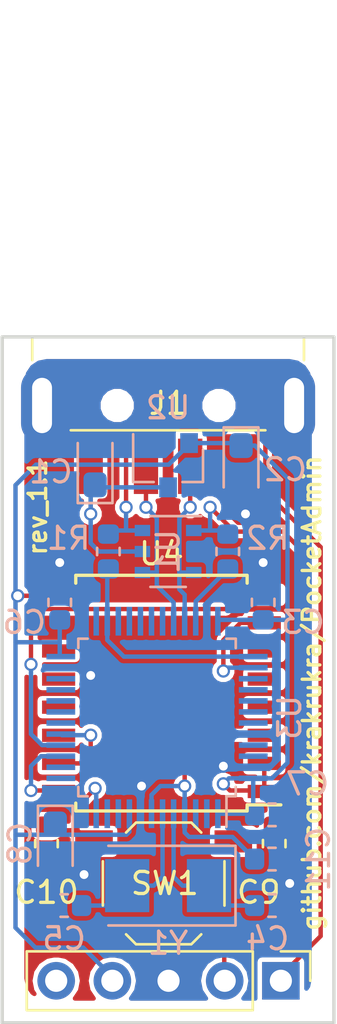
<source format=kicad_pcb>
(kicad_pcb (version 20171130) (host pcbnew 5.0.2+dfsg1-1)

  (general
    (thickness 1.6)
    (drawings 6)
    (tracks 192)
    (zones 0)
    (modules 21)
    (nets 44)
  )

  (page A4)
  (title_block
    (date 2019-01-31)
    (rev 1.1)
  )

  (layers
    (0 F.Cu signal)
    (31 B.Cu signal)
    (32 B.Adhes user hide)
    (33 F.Adhes user hide)
    (34 B.Paste user hide)
    (35 F.Paste user)
    (36 B.SilkS user)
    (37 F.SilkS user)
    (38 B.Mask user)
    (39 F.Mask user)
    (40 Dwgs.User user hide)
    (41 Cmts.User user hide)
    (42 Eco1.User user hide)
    (43 Eco2.User user hide)
    (44 Edge.Cuts user)
    (45 Margin user hide)
    (46 B.CrtYd user hide)
    (47 F.CrtYd user hide)
    (48 B.Fab user hide)
    (49 F.Fab user hide)
  )

  (setup
    (last_trace_width 0.2)
    (trace_clearance 0.2)
    (zone_clearance 0.2)
    (zone_45_only no)
    (trace_min 0.2)
    (segment_width 0.2)
    (edge_width 0.15)
    (via_size 0.6)
    (via_drill 0.4)
    (via_min_size 0.4)
    (via_min_drill 0.3)
    (uvia_size 0.3)
    (uvia_drill 0.1)
    (uvias_allowed no)
    (uvia_min_size 0.2)
    (uvia_min_drill 0.1)
    (pcb_text_width 0.3)
    (pcb_text_size 1.5 1.5)
    (mod_edge_width 0.15)
    (mod_text_size 1 1)
    (mod_text_width 0.15)
    (pad_size 1.3 0.25)
    (pad_drill 0)
    (pad_to_mask_clearance 0.05)
    (solder_mask_min_width 0.14)
    (pad_to_paste_clearance 0.05)
    (aux_axis_origin 130 70)
    (grid_origin 130 70)
    (visible_elements FFFFFF7F)
    (pcbplotparams
      (layerselection 0x010f0_ffffffff)
      (usegerberextensions false)
      (usegerberattributes false)
      (usegerberadvancedattributes false)
      (creategerberjobfile false)
      (excludeedgelayer true)
      (linewidth 0.100000)
      (plotframeref false)
      (viasonmask false)
      (mode 1)
      (useauxorigin true)
      (hpglpennumber 1)
      (hpglpenspeed 20)
      (hpglpendiameter 15.000000)
      (psnegative false)
      (psa4output false)
      (plotreference true)
      (plotvalue true)
      (plotinvisibletext false)
      (padsonsilk false)
      (subtractmaskfromsilk true)
      (outputformat 1)
      (mirror false)
      (drillshape 0)
      (scaleselection 1)
      (outputdirectory "gerbers/"))
  )

  (net 0 "")
  (net 1 3.3V)
  (net 2 GND)
  (net 3 5V)
  (net 4 swclk)
  (net 5 swdio)
  (net 6 "Net-(CON1-Pad5)")
  (net 7 d-)
  (net 8 d+)
  (net 9 "Net-(U3-Pad2)")
  (net 10 "Net-(U3-Pad3)")
  (net 11 "Net-(U3-Pad10)")
  (net 12 "Net-(U3-Pad11)")
  (net 13 "Net-(U3-Pad13)")
  (net 14 "Net-(U3-Pad18)")
  (net 15 "Net-(U3-Pad19)")
  (net 16 "Net-(U3-Pad20)")
  (net 17 "Net-(U3-Pad21)")
  (net 18 "Net-(U3-Pad22)")
  (net 19 "Net-(U3-Pad25)")
  (net 20 "Net-(U3-Pad27)")
  (net 21 "Net-(U3-Pad28)")
  (net 22 "Net-(U3-Pad29)")
  (net 23 "Net-(U3-Pad30)")
  (net 24 "Net-(U3-Pad39)")
  (net 25 "Net-(U3-Pad40)")
  (net 26 "Net-(U3-Pad41)")
  (net 27 "Net-(U3-Pad42)")
  (net 28 "Net-(U3-Pad43)")
  (net 29 "Net-(U3-Pad45)")
  (net 30 "Net-(U3-Pad46)")
  (net 31 "Net-(U3-Pad14)")
  (net 32 "Net-(U3-Pad31)")
  (net 33 "Net-(C4-Pad1)")
  (net 34 "Net-(C5-Pad1)")
  (net 35 "Net-(R2-Pad2)")
  (net 36 "Net-(U4-Pad11)")
  (net 37 sck)
  (net 38 miso)
  (net 39 mosi)
  (net 40 cs)
  (net 41 "Net-(C10-Pad2)")
  (net 42 nrst)
  (net 43 nc1)

  (net_class Default "This is the default net class."
    (clearance 0.2)
    (trace_width 0.2)
    (via_dia 0.6)
    (via_drill 0.4)
    (uvia_dia 0.3)
    (uvia_drill 0.1)
    (add_net 3.3V)
    (add_net 5V)
    (add_net GND)
    (add_net "Net-(C10-Pad2)")
    (add_net "Net-(C4-Pad1)")
    (add_net "Net-(C5-Pad1)")
    (add_net "Net-(CON1-Pad5)")
    (add_net "Net-(R2-Pad2)")
    (add_net "Net-(U3-Pad10)")
    (add_net "Net-(U3-Pad11)")
    (add_net "Net-(U3-Pad13)")
    (add_net "Net-(U3-Pad14)")
    (add_net "Net-(U3-Pad18)")
    (add_net "Net-(U3-Pad19)")
    (add_net "Net-(U3-Pad2)")
    (add_net "Net-(U3-Pad20)")
    (add_net "Net-(U3-Pad21)")
    (add_net "Net-(U3-Pad22)")
    (add_net "Net-(U3-Pad25)")
    (add_net "Net-(U3-Pad27)")
    (add_net "Net-(U3-Pad28)")
    (add_net "Net-(U3-Pad29)")
    (add_net "Net-(U3-Pad3)")
    (add_net "Net-(U3-Pad30)")
    (add_net "Net-(U3-Pad31)")
    (add_net "Net-(U3-Pad39)")
    (add_net "Net-(U3-Pad40)")
    (add_net "Net-(U3-Pad41)")
    (add_net "Net-(U3-Pad42)")
    (add_net "Net-(U3-Pad43)")
    (add_net "Net-(U3-Pad45)")
    (add_net "Net-(U3-Pad46)")
    (add_net "Net-(U4-Pad11)")
    (add_net cs)
    (add_net d+)
    (add_net d-)
    (add_net miso)
    (add_net mosi)
    (add_net nc1)
    (add_net nrst)
    (add_net sck)
    (add_net swclk)
    (add_net swdio)
  )

  (module Capacitor_Tantalum_SMD:CP_EIA-2012-12_Kemet-R (layer B.Cu) (tedit 5B301BBE) (tstamp 5C2C6FF0)
    (at 132.4 92.9 270)
    (descr "Tantalum Capacitor SMD Kemet-R (2012-12 Metric), IPC_7351 nominal, (Body size from: https://www.vishay.com/docs/40182/tmch.pdf), generated with kicad-footprint-generator")
    (tags "capacitor tantalum")
    (path /5BB94C3A)
    (attr smd)
    (fp_text reference C8 (at 0 1.6 270) (layer B.SilkS)
      (effects (font (size 1 1) (thickness 0.15)) (justify mirror))
    )
    (fp_text value 10uF (at 0 -1.58 270) (layer B.Fab)
      (effects (font (size 1 1) (thickness 0.15)) (justify mirror))
    )
    (fp_line (start 1 0.625) (end -0.6875 0.625) (layer B.Fab) (width 0.1))
    (fp_line (start -0.6875 0.625) (end -1 0.3125) (layer B.Fab) (width 0.1))
    (fp_line (start -1 0.3125) (end -1 -0.625) (layer B.Fab) (width 0.1))
    (fp_line (start -1 -0.625) (end 1 -0.625) (layer B.Fab) (width 0.1))
    (fp_line (start 1 -0.625) (end 1 0.625) (layer B.Fab) (width 0.1))
    (fp_line (start 1 0.785) (end -1.71 0.785) (layer B.SilkS) (width 0.12))
    (fp_line (start -1.71 0.785) (end -1.71 -0.785) (layer B.SilkS) (width 0.12))
    (fp_line (start -1.71 -0.785) (end 1 -0.785) (layer B.SilkS) (width 0.12))
    (fp_line (start -1.7 -0.88) (end -1.7 0.88) (layer B.CrtYd) (width 0.05))
    (fp_line (start -1.7 0.88) (end 1.7 0.88) (layer B.CrtYd) (width 0.05))
    (fp_line (start 1.7 0.88) (end 1.7 -0.88) (layer B.CrtYd) (width 0.05))
    (fp_line (start 1.7 -0.88) (end -1.7 -0.88) (layer B.CrtYd) (width 0.05))
    (fp_text user %R (at 0 0 270) (layer B.Fab)
      (effects (font (size 0.5 0.5) (thickness 0.08)) (justify mirror))
    )
    (pad 1 smd roundrect (at -0.8875 0 270) (size 1.125 1.05) (layers B.Cu B.Paste B.Mask) (roundrect_rratio 0.238095)
      (net 1 3.3V))
    (pad 2 smd roundrect (at 0.8875 0 270) (size 1.125 1.05) (layers B.Cu B.Paste B.Mask) (roundrect_rratio 0.238095)
      (net 2 GND))
    (model ${KISYS3DMOD}/Capacitor_Tantalum_SMD.3dshapes/CP_EIA-2012-12_Kemet-R.wrl
      (at (xyz 0 0 0))
      (scale (xyz 1 1 1))
      (rotate (xyz 0 0 0))
    )
  )

  (module Capacitor_Tantalum_SMD:CP_EIA-2012-12_Kemet-R (layer B.Cu) (tedit 5B301BBE) (tstamp 5BC4CFAA)
    (at 134.2 75.8 90)
    (descr "Tantalum Capacitor SMD Kemet-R (2012-12 Metric), IPC_7351 nominal, (Body size from: https://www.vishay.com/docs/40182/tmch.pdf), generated with kicad-footprint-generator")
    (tags "capacitor tantalum")
    (path /5B92CC88)
    (attr smd)
    (fp_text reference C1 (at -0.3 -2 180) (layer B.SilkS)
      (effects (font (size 1 1) (thickness 0.15)) (justify mirror))
    )
    (fp_text value 10uF (at 0 -1.58 90) (layer B.Fab)
      (effects (font (size 1 1) (thickness 0.15)) (justify mirror))
    )
    (fp_text user %R (at 0 0 90) (layer B.Fab)
      (effects (font (size 0.5 0.5) (thickness 0.08)) (justify mirror))
    )
    (fp_line (start 1.7 -0.88) (end -1.7 -0.88) (layer B.CrtYd) (width 0.05))
    (fp_line (start 1.7 0.88) (end 1.7 -0.88) (layer B.CrtYd) (width 0.05))
    (fp_line (start -1.7 0.88) (end 1.7 0.88) (layer B.CrtYd) (width 0.05))
    (fp_line (start -1.7 -0.88) (end -1.7 0.88) (layer B.CrtYd) (width 0.05))
    (fp_line (start -1.71 -0.785) (end 1 -0.785) (layer B.SilkS) (width 0.12))
    (fp_line (start -1.71 0.785) (end -1.71 -0.785) (layer B.SilkS) (width 0.12))
    (fp_line (start 1 0.785) (end -1.71 0.785) (layer B.SilkS) (width 0.12))
    (fp_line (start 1 -0.625) (end 1 0.625) (layer B.Fab) (width 0.1))
    (fp_line (start -1 -0.625) (end 1 -0.625) (layer B.Fab) (width 0.1))
    (fp_line (start -1 0.3125) (end -1 -0.625) (layer B.Fab) (width 0.1))
    (fp_line (start -0.6875 0.625) (end -1 0.3125) (layer B.Fab) (width 0.1))
    (fp_line (start 1 0.625) (end -0.6875 0.625) (layer B.Fab) (width 0.1))
    (pad 2 smd roundrect (at 0.8875 0 90) (size 1.125 1.05) (layers B.Cu B.Paste B.Mask) (roundrect_rratio 0.238095)
      (net 2 GND))
    (pad 1 smd roundrect (at -0.8875 0 90) (size 1.125 1.05) (layers B.Cu B.Paste B.Mask) (roundrect_rratio 0.238095)
      (net 3 5V))
    (model ${KISYS3DMOD}/Capacitor_Tantalum_SMD.3dshapes/CP_EIA-2012-12_Kemet-R.wrl
      (at (xyz 0 0 0))
      (scale (xyz 1 1 1))
      (rotate (xyz 0 0 0))
    )
  )

  (module Capacitor_Tantalum_SMD:CP_EIA-2012-12_Kemet-R (layer B.Cu) (tedit 5B301BBE) (tstamp 5BC4CFBD)
    (at 140.8 75.8 270)
    (descr "Tantalum Capacitor SMD Kemet-R (2012-12 Metric), IPC_7351 nominal, (Body size from: https://www.vishay.com/docs/40182/tmch.pdf), generated with kicad-footprint-generator")
    (tags "capacitor tantalum")
    (path /5B92C8A7)
    (attr smd)
    (fp_text reference C2 (at 0.2 -2) (layer B.SilkS)
      (effects (font (size 1 1) (thickness 0.15)) (justify mirror))
    )
    (fp_text value 10uF (at 0 -1.58 270) (layer B.Fab)
      (effects (font (size 1 1) (thickness 0.15)) (justify mirror))
    )
    (fp_line (start 1 0.625) (end -0.6875 0.625) (layer B.Fab) (width 0.1))
    (fp_line (start -0.6875 0.625) (end -1 0.3125) (layer B.Fab) (width 0.1))
    (fp_line (start -1 0.3125) (end -1 -0.625) (layer B.Fab) (width 0.1))
    (fp_line (start -1 -0.625) (end 1 -0.625) (layer B.Fab) (width 0.1))
    (fp_line (start 1 -0.625) (end 1 0.625) (layer B.Fab) (width 0.1))
    (fp_line (start 1 0.785) (end -1.71 0.785) (layer B.SilkS) (width 0.12))
    (fp_line (start -1.71 0.785) (end -1.71 -0.785) (layer B.SilkS) (width 0.12))
    (fp_line (start -1.71 -0.785) (end 1 -0.785) (layer B.SilkS) (width 0.12))
    (fp_line (start -1.7 -0.88) (end -1.7 0.88) (layer B.CrtYd) (width 0.05))
    (fp_line (start -1.7 0.88) (end 1.7 0.88) (layer B.CrtYd) (width 0.05))
    (fp_line (start 1.7 0.88) (end 1.7 -0.88) (layer B.CrtYd) (width 0.05))
    (fp_line (start 1.7 -0.88) (end -1.7 -0.88) (layer B.CrtYd) (width 0.05))
    (fp_text user %R (at 0 0 270) (layer B.Fab)
      (effects (font (size 0.5 0.5) (thickness 0.08)) (justify mirror))
    )
    (pad 1 smd roundrect (at -0.8875 0 270) (size 1.125 1.05) (layers B.Cu B.Paste B.Mask) (roundrect_rratio 0.238095)
      (net 1 3.3V))
    (pad 2 smd roundrect (at 0.8875 0 270) (size 1.125 1.05) (layers B.Cu B.Paste B.Mask) (roundrect_rratio 0.238095)
      (net 2 GND))
    (model ${KISYS3DMOD}/Capacitor_Tantalum_SMD.3dshapes/CP_EIA-2012-12_Kemet-R.wrl
      (at (xyz 0 0 0))
      (scale (xyz 1 1 1))
      (rotate (xyz 0 0 0))
    )
  )

  (module Capacitor_SMD:C_0603_1608Metric (layer B.Cu) (tedit 5B301BBE) (tstamp 5BC4CFCE)
    (at 141.8 82 270)
    (descr "Capacitor SMD 0603 (1608 Metric), square (rectangular) end terminal, IPC_7351 nominal, (Body size source: http://www.tortai-tech.com/upload/download/2011102023233369053.pdf), generated with kicad-footprint-generator")
    (tags capacitor)
    (path /5B92A7ED)
    (attr smd)
    (fp_text reference C3 (at 0.9 -1.8) (layer B.SilkS)
      (effects (font (size 1 1) (thickness 0.15)) (justify mirror))
    )
    (fp_text value 100nF (at 0 -1.43 270) (layer B.Fab)
      (effects (font (size 1 1) (thickness 0.15)) (justify mirror))
    )
    (fp_line (start -0.8 -0.4) (end -0.8 0.4) (layer B.Fab) (width 0.1))
    (fp_line (start -0.8 0.4) (end 0.8 0.4) (layer B.Fab) (width 0.1))
    (fp_line (start 0.8 0.4) (end 0.8 -0.4) (layer B.Fab) (width 0.1))
    (fp_line (start 0.8 -0.4) (end -0.8 -0.4) (layer B.Fab) (width 0.1))
    (fp_line (start -0.162779 0.51) (end 0.162779 0.51) (layer B.SilkS) (width 0.12))
    (fp_line (start -0.162779 -0.51) (end 0.162779 -0.51) (layer B.SilkS) (width 0.12))
    (fp_line (start -1.48 -0.73) (end -1.48 0.73) (layer B.CrtYd) (width 0.05))
    (fp_line (start -1.48 0.73) (end 1.48 0.73) (layer B.CrtYd) (width 0.05))
    (fp_line (start 1.48 0.73) (end 1.48 -0.73) (layer B.CrtYd) (width 0.05))
    (fp_line (start 1.48 -0.73) (end -1.48 -0.73) (layer B.CrtYd) (width 0.05))
    (fp_text user %R (at 0 0 270) (layer B.Fab)
      (effects (font (size 0.4 0.4) (thickness 0.06)) (justify mirror))
    )
    (pad 1 smd roundrect (at -0.7875 0 270) (size 0.875 0.95) (layers B.Cu B.Paste B.Mask) (roundrect_rratio 0.25)
      (net 2 GND))
    (pad 2 smd roundrect (at 0.7875 0 270) (size 0.875 0.95) (layers B.Cu B.Paste B.Mask) (roundrect_rratio 0.25)
      (net 1 3.3V))
    (model ${KISYS3DMOD}/Capacitor_SMD.3dshapes/C_0603_1608Metric.wrl
      (at (xyz 0 0 0))
      (scale (xyz 1 1 1))
      (rotate (xyz 0 0 0))
    )
  )

  (module Capacitor_SMD:C_0603_1608Metric (layer B.Cu) (tedit 5B301BBE) (tstamp 5C2061D8)
    (at 142.2 95.7)
    (descr "Capacitor SMD 0603 (1608 Metric), square (rectangular) end terminal, IPC_7351 nominal, (Body size source: http://www.tortai-tech.com/upload/download/2011102023233369053.pdf), generated with kicad-footprint-generator")
    (tags capacitor)
    (path /5B92A2F2)
    (attr smd)
    (fp_text reference C4 (at -0.2 1.5 180) (layer B.SilkS)
      (effects (font (size 1 1) (thickness 0.15)) (justify mirror))
    )
    (fp_text value 20pF (at 0 -1.43) (layer B.Fab)
      (effects (font (size 1 1) (thickness 0.15)) (justify mirror))
    )
    (fp_text user %R (at 0 0) (layer B.Fab)
      (effects (font (size 0.4 0.4) (thickness 0.06)) (justify mirror))
    )
    (fp_line (start 1.48 -0.73) (end -1.48 -0.73) (layer B.CrtYd) (width 0.05))
    (fp_line (start 1.48 0.73) (end 1.48 -0.73) (layer B.CrtYd) (width 0.05))
    (fp_line (start -1.48 0.73) (end 1.48 0.73) (layer B.CrtYd) (width 0.05))
    (fp_line (start -1.48 -0.73) (end -1.48 0.73) (layer B.CrtYd) (width 0.05))
    (fp_line (start -0.162779 -0.51) (end 0.162779 -0.51) (layer B.SilkS) (width 0.12))
    (fp_line (start -0.162779 0.51) (end 0.162779 0.51) (layer B.SilkS) (width 0.12))
    (fp_line (start 0.8 -0.4) (end -0.8 -0.4) (layer B.Fab) (width 0.1))
    (fp_line (start 0.8 0.4) (end 0.8 -0.4) (layer B.Fab) (width 0.1))
    (fp_line (start -0.8 0.4) (end 0.8 0.4) (layer B.Fab) (width 0.1))
    (fp_line (start -0.8 -0.4) (end -0.8 0.4) (layer B.Fab) (width 0.1))
    (pad 2 smd roundrect (at 0.7875 0) (size 0.875 0.95) (layers B.Cu B.Paste B.Mask) (roundrect_rratio 0.25)
      (net 2 GND))
    (pad 1 smd roundrect (at -0.7875 0) (size 0.875 0.95) (layers B.Cu B.Paste B.Mask) (roundrect_rratio 0.25)
      (net 33 "Net-(C4-Pad1)"))
    (model ${KISYS3DMOD}/Capacitor_SMD.3dshapes/C_0603_1608Metric.wrl
      (at (xyz 0 0 0))
      (scale (xyz 1 1 1))
      (rotate (xyz 0 0 0))
    )
  )

  (module Capacitor_SMD:C_0603_1608Metric (layer B.Cu) (tedit 5B301BBE) (tstamp 5C20620E)
    (at 132.8 95.7 180)
    (descr "Capacitor SMD 0603 (1608 Metric), square (rectangular) end terminal, IPC_7351 nominal, (Body size source: http://www.tortai-tech.com/upload/download/2011102023233369053.pdf), generated with kicad-footprint-generator")
    (tags capacitor)
    (path /5B92A19D)
    (attr smd)
    (fp_text reference C5 (at 0 -1.5) (layer B.SilkS)
      (effects (font (size 1 1) (thickness 0.15)) (justify mirror))
    )
    (fp_text value 20pF (at 0 -1.43 180) (layer B.Fab)
      (effects (font (size 1 1) (thickness 0.15)) (justify mirror))
    )
    (fp_line (start -0.8 -0.4) (end -0.8 0.4) (layer B.Fab) (width 0.1))
    (fp_line (start -0.8 0.4) (end 0.8 0.4) (layer B.Fab) (width 0.1))
    (fp_line (start 0.8 0.4) (end 0.8 -0.4) (layer B.Fab) (width 0.1))
    (fp_line (start 0.8 -0.4) (end -0.8 -0.4) (layer B.Fab) (width 0.1))
    (fp_line (start -0.162779 0.51) (end 0.162779 0.51) (layer B.SilkS) (width 0.12))
    (fp_line (start -0.162779 -0.51) (end 0.162779 -0.51) (layer B.SilkS) (width 0.12))
    (fp_line (start -1.48 -0.73) (end -1.48 0.73) (layer B.CrtYd) (width 0.05))
    (fp_line (start -1.48 0.73) (end 1.48 0.73) (layer B.CrtYd) (width 0.05))
    (fp_line (start 1.48 0.73) (end 1.48 -0.73) (layer B.CrtYd) (width 0.05))
    (fp_line (start 1.48 -0.73) (end -1.48 -0.73) (layer B.CrtYd) (width 0.05))
    (fp_text user %R (at 0 0 180) (layer B.Fab)
      (effects (font (size 0.4 0.4) (thickness 0.06)) (justify mirror))
    )
    (pad 1 smd roundrect (at -0.7875 0 180) (size 0.875 0.95) (layers B.Cu B.Paste B.Mask) (roundrect_rratio 0.25)
      (net 34 "Net-(C5-Pad1)"))
    (pad 2 smd roundrect (at 0.7875 0 180) (size 0.875 0.95) (layers B.Cu B.Paste B.Mask) (roundrect_rratio 0.25)
      (net 2 GND))
    (model ${KISYS3DMOD}/Capacitor_SMD.3dshapes/C_0603_1608Metric.wrl
      (at (xyz 0 0 0))
      (scale (xyz 1 1 1))
      (rotate (xyz 0 0 0))
    )
  )

  (module Capacitor_SMD:C_0603_1608Metric (layer B.Cu) (tedit 5B301BBE) (tstamp 5BC4F02D)
    (at 132.6 82 270)
    (descr "Capacitor SMD 0603 (1608 Metric), square (rectangular) end terminal, IPC_7351 nominal, (Body size source: http://www.tortai-tech.com/upload/download/2011102023233369053.pdf), generated with kicad-footprint-generator")
    (tags capacitor)
    (path /5B92A7BF)
    (attr smd)
    (fp_text reference C6 (at 0.9 1.6) (layer B.SilkS)
      (effects (font (size 1 1) (thickness 0.15)) (justify mirror))
    )
    (fp_text value 100nF (at 0 -1.43 270) (layer B.Fab)
      (effects (font (size 1 1) (thickness 0.15)) (justify mirror))
    )
    (fp_text user %R (at 0 0 270) (layer B.Fab)
      (effects (font (size 0.4 0.4) (thickness 0.06)) (justify mirror))
    )
    (fp_line (start 1.48 -0.73) (end -1.48 -0.73) (layer B.CrtYd) (width 0.05))
    (fp_line (start 1.48 0.73) (end 1.48 -0.73) (layer B.CrtYd) (width 0.05))
    (fp_line (start -1.48 0.73) (end 1.48 0.73) (layer B.CrtYd) (width 0.05))
    (fp_line (start -1.48 -0.73) (end -1.48 0.73) (layer B.CrtYd) (width 0.05))
    (fp_line (start -0.162779 -0.51) (end 0.162779 -0.51) (layer B.SilkS) (width 0.12))
    (fp_line (start -0.162779 0.51) (end 0.162779 0.51) (layer B.SilkS) (width 0.12))
    (fp_line (start 0.8 -0.4) (end -0.8 -0.4) (layer B.Fab) (width 0.1))
    (fp_line (start 0.8 0.4) (end 0.8 -0.4) (layer B.Fab) (width 0.1))
    (fp_line (start -0.8 0.4) (end 0.8 0.4) (layer B.Fab) (width 0.1))
    (fp_line (start -0.8 -0.4) (end -0.8 0.4) (layer B.Fab) (width 0.1))
    (pad 2 smd roundrect (at 0.7875 0 270) (size 0.875 0.95) (layers B.Cu B.Paste B.Mask) (roundrect_rratio 0.25)
      (net 1 3.3V))
    (pad 1 smd roundrect (at -0.7875 0 270) (size 0.875 0.95) (layers B.Cu B.Paste B.Mask) (roundrect_rratio 0.25)
      (net 2 GND))
    (model ${KISYS3DMOD}/Capacitor_SMD.3dshapes/C_0603_1608Metric.wrl
      (at (xyz 0 0 0))
      (scale (xyz 1 1 1))
      (rotate (xyz 0 0 0))
    )
  )

  (module Capacitor_SMD:C_0603_1608Metric (layer B.Cu) (tedit 5B301BBE) (tstamp 5C5E04E1)
    (at 142.2 91.6 180)
    (descr "Capacitor SMD 0603 (1608 Metric), square (rectangular) end terminal, IPC_7351 nominal, (Body size source: http://www.tortai-tech.com/upload/download/2011102023233369053.pdf), generated with kicad-footprint-generator")
    (tags capacitor)
    (path /5B92A6B8)
    (attr smd)
    (fp_text reference C7 (at -1.6 1.4) (layer B.SilkS)
      (effects (font (size 1 1) (thickness 0.15)) (justify mirror))
    )
    (fp_text value 100nF (at 0 -1.43 180) (layer B.Fab)
      (effects (font (size 1 1) (thickness 0.15)) (justify mirror))
    )
    (fp_line (start -0.8 -0.4) (end -0.8 0.4) (layer B.Fab) (width 0.1))
    (fp_line (start -0.8 0.4) (end 0.8 0.4) (layer B.Fab) (width 0.1))
    (fp_line (start 0.8 0.4) (end 0.8 -0.4) (layer B.Fab) (width 0.1))
    (fp_line (start 0.8 -0.4) (end -0.8 -0.4) (layer B.Fab) (width 0.1))
    (fp_line (start -0.162779 0.51) (end 0.162779 0.51) (layer B.SilkS) (width 0.12))
    (fp_line (start -0.162779 -0.51) (end 0.162779 -0.51) (layer B.SilkS) (width 0.12))
    (fp_line (start -1.48 -0.73) (end -1.48 0.73) (layer B.CrtYd) (width 0.05))
    (fp_line (start -1.48 0.73) (end 1.48 0.73) (layer B.CrtYd) (width 0.05))
    (fp_line (start 1.48 0.73) (end 1.48 -0.73) (layer B.CrtYd) (width 0.05))
    (fp_line (start 1.48 -0.73) (end -1.48 -0.73) (layer B.CrtYd) (width 0.05))
    (fp_text user %R (at 0 0 180) (layer B.Fab)
      (effects (font (size 0.4 0.4) (thickness 0.06)) (justify mirror))
    )
    (pad 1 smd roundrect (at -0.7875 0 180) (size 0.875 0.95) (layers B.Cu B.Paste B.Mask) (roundrect_rratio 0.25)
      (net 2 GND))
    (pad 2 smd roundrect (at 0.7875 0 180) (size 0.875 0.95) (layers B.Cu B.Paste B.Mask) (roundrect_rratio 0.25)
      (net 1 3.3V))
    (model ${KISYS3DMOD}/Capacitor_SMD.3dshapes/C_0603_1608Metric.wrl
      (at (xyz 0 0 0))
      (scale (xyz 1 1 1))
      (rotate (xyz 0 0 0))
    )
  )

  (module Connector_PinHeader_2.54mm:PinHeader_1x05_P2.54mm_Vertical (layer F.Cu) (tedit 5C5173C5) (tstamp 5C5E0340)
    (at 142.6 99.1 270)
    (descr "Through hole straight pin header, 1x05, 2.54mm pitch, single row")
    (tags "Through hole pin header THT 1x05 2.54mm single row")
    (path /5B94CFC5)
    (fp_text reference CON1 (at -1.7 5.08 180) (layer B.SilkS) hide
      (effects (font (size 1 1) (thickness 0.15)) (justify mirror))
    )
    (fp_text value ST-LINK_V2 (at 2.9 5.1) (layer F.Fab)
      (effects (font (size 1 1) (thickness 0.15)))
    )
    (fp_line (start -0.635 -1.27) (end 1.27 -1.27) (layer F.Fab) (width 0.1))
    (fp_line (start 1.27 -1.27) (end 1.27 11.43) (layer F.Fab) (width 0.1))
    (fp_line (start 1.27 11.43) (end -1.27 11.43) (layer F.Fab) (width 0.1))
    (fp_line (start -1.27 11.43) (end -1.27 -0.635) (layer F.Fab) (width 0.1))
    (fp_line (start -1.27 -0.635) (end -0.635 -1.27) (layer F.Fab) (width 0.1))
    (fp_line (start -1.33 11.49) (end 1.33 11.49) (layer F.SilkS) (width 0.12))
    (fp_line (start -1.33 1.27) (end -1.33 11.49) (layer F.SilkS) (width 0.12))
    (fp_line (start 1.33 1.27) (end 1.33 11.49) (layer F.SilkS) (width 0.12))
    (fp_line (start -1.33 1.27) (end 1.33 1.27) (layer F.SilkS) (width 0.12))
    (fp_line (start -1.33 0) (end -1.33 -1.33) (layer F.SilkS) (width 0.12))
    (fp_line (start -1.33 -1.33) (end 0 -1.33) (layer F.SilkS) (width 0.12))
    (fp_line (start -1.8 -1.8) (end -1.8 11.95) (layer F.CrtYd) (width 0.05))
    (fp_line (start -1.8 11.95) (end 1.8 11.95) (layer F.CrtYd) (width 0.05))
    (fp_line (start 1.8 11.95) (end 1.8 -1.8) (layer F.CrtYd) (width 0.05))
    (fp_line (start 1.8 -1.8) (end -1.8 -1.8) (layer F.CrtYd) (width 0.05))
    (fp_text user %R (at 0 5.08) (layer F.Fab)
      (effects (font (size 1 1) (thickness 0.15)))
    )
    (pad 1 thru_hole rect (at 0 0 270) (size 1.7 1.7) (drill 1) (layers *.Cu *.Mask)
      (net 4 swclk))
    (pad 2 thru_hole oval (at 0 2.54 270) (size 1.7 1.7) (drill 1) (layers *.Cu *.Mask)
      (net 5 swdio))
    (pad 3 thru_hole oval (at 0 5.08 270) (size 1.7 1.7) (drill 1) (layers *.Cu *.Mask)
      (net 2 GND))
    (pad 4 thru_hole oval (at 0 7.62 270) (size 1.7 1.7) (drill 1) (layers *.Cu *.Mask)
      (net 1 3.3V))
    (pad 5 thru_hole oval (at 0 10.16 270) (size 1.7 1.7) (drill 1) (layers *.Cu *.Mask)
      (net 6 "Net-(CON1-Pad5)"))
  )

  (module Connector_USB:USB_A_CNCTech_1001-011-01101_Horizontal (layer F.Cu) (tedit 5AFEF547) (tstamp 5BC51A3B)
    (at 137.5 66.2 90)
    (descr http://cnctech.us/pdfs/1001-011-01101.pdf)
    (tags USB-A)
    (path /5B913995)
    (attr smd)
    (fp_text reference J1 (at -6.8 0 180) (layer F.SilkS)
      (effects (font (size 1 1) (thickness 0.15)))
    )
    (fp_text value USB_A_Plug (at 12.8 0.1) (layer F.Fab)
      (effects (font (size 1 1) (thickness 0.15)))
    )
    (fp_line (start -7.9 6.025) (end -7.9 -6.025) (layer F.Fab) (width 0.1))
    (fp_line (start -7.9 -6.025) (end 10.9 -6.025) (layer F.Fab) (width 0.1))
    (fp_line (start -7.9 6.025) (end 10.9 6.025) (layer F.Fab) (width 0.1))
    (fp_line (start 10.9 6.025) (end 10.9 -6.025) (layer F.Fab) (width 0.1))
    (fp_line (start -10.4 3.75) (end -10.4 3.25) (layer F.Fab) (width 0.1))
    (fp_line (start -10.4 3.25) (end -7.9 3.25) (layer F.Fab) (width 0.1))
    (fp_line (start -10.4 3.75) (end -7.9 3.75) (layer F.Fab) (width 0.1))
    (fp_line (start -10.4 0.75) (end -7.9 0.75) (layer F.Fab) (width 0.1))
    (fp_line (start -10.4 1.25) (end -10.4 0.75) (layer F.Fab) (width 0.1))
    (fp_line (start -10.4 1.25) (end -7.9 1.25) (layer F.Fab) (width 0.1))
    (fp_line (start -10.4 -0.75) (end -10.4 -1.25) (layer F.Fab) (width 0.1))
    (fp_line (start -10.4 -0.75) (end -7.9 -0.75) (layer F.Fab) (width 0.1))
    (fp_line (start -10.4 -1.25) (end -7.9 -1.25) (layer F.Fab) (width 0.1))
    (fp_line (start -10.4 -3.75) (end -7.9 -3.75) (layer F.Fab) (width 0.1))
    (fp_line (start -10.4 -3.25) (end -10.4 -3.75) (layer F.Fab) (width 0.1))
    (fp_line (start -10.4 -3.25) (end -7.9 -3.25) (layer F.Fab) (width 0.1))
    (fp_circle (center -6.9 -2.3) (end -6.9 -2.8) (layer F.Fab) (width 0.1))
    (fp_circle (center -6.9 2.3) (end -6.9 2.8) (layer F.Fab) (width 0.1))
    (fp_line (start -8.02 -4.4) (end -8.02 4.4) (layer F.SilkS) (width 0.12))
    (fp_line (start -3.8 6.025) (end -3.8 -6.025) (layer Dwgs.User) (width 0.1))
    (fp_text user "PCB Edge" (at -4.55 -0.05 180) (layer Dwgs.User)
      (effects (font (size 0.6 0.6) (thickness 0.09)))
    )
    (fp_line (start -4.85 -6.145) (end -3.8 -6.145) (layer F.SilkS) (width 0.12))
    (fp_line (start -4.85 6.145) (end -3.8 6.145) (layer F.SilkS) (width 0.12))
    (fp_line (start -11.4 4.55) (end -11.4 -4.55) (layer F.CrtYd) (width 0.05))
    (fp_line (start -11.4 -4.55) (end -9.15 -4.55) (layer F.CrtYd) (width 0.05))
    (fp_line (start -9.15 -7.15) (end -9.15 -4.55) (layer F.CrtYd) (width 0.05))
    (fp_line (start -9.15 -7.15) (end -4.65 -7.15) (layer F.CrtYd) (width 0.05))
    (fp_line (start -4.65 -6.52) (end -4.65 -7.15) (layer F.CrtYd) (width 0.05))
    (fp_line (start -4.65 -6.52) (end 11.4 -6.52) (layer F.CrtYd) (width 0.05))
    (fp_line (start 11.4 6.52) (end 11.4 -6.52) (layer F.CrtYd) (width 0.05))
    (fp_text user %R (at -6 0 180) (layer F.Fab)
      (effects (font (size 1 1) (thickness 0.15)))
    )
    (fp_line (start -4.65 6.52) (end 11.4 6.52) (layer F.CrtYd) (width 0.05))
    (fp_line (start -4.65 7.15) (end -4.65 6.52) (layer F.CrtYd) (width 0.05))
    (fp_line (start -9.15 7.15) (end -4.65 7.15) (layer F.CrtYd) (width 0.05))
    (fp_line (start -9.15 4.55) (end -9.15 7.15) (layer F.CrtYd) (width 0.05))
    (fp_line (start -11.4 4.55) (end -9.15 4.55) (layer F.CrtYd) (width 0.05))
    (pad 2 smd rect (at -9.65 -1 90) (size 2.5 1.1) (layers F.Cu F.Paste F.Mask)
      (net 7 d-))
    (pad 3 smd rect (at -9.65 1 90) (size 2.5 1.1) (layers F.Cu F.Paste F.Mask)
      (net 8 d+))
    (pad 1 smd rect (at -9.65 -3.5 90) (size 2.5 1.1) (layers F.Cu F.Paste F.Mask)
      (net 3 5V))
    (pad 4 smd rect (at -9.65 3.5 90) (size 2.5 1.1) (layers F.Cu F.Paste F.Mask)
      (net 2 GND))
    (pad 5 thru_hole oval (at -6.9 -5.7 90) (size 3.5 1.9) (drill oval 2.5 0.9) (layers *.Cu *.Mask)
      (net 2 GND))
    (pad 5 thru_hole oval (at -6.9 5.7 90) (size 3.5 1.9) (drill oval 2.5 0.9) (layers *.Cu *.Mask)
      (net 2 GND))
    (pad "" np_thru_hole circle (at -6.9 -2.3 90) (size 1.1 1.1) (drill 1.1) (layers *.Cu *.Mask))
    (pad "" np_thru_hole circle (at -6.9 2.3 90) (size 1.1 1.1) (drill 1.1) (layers *.Cu *.Mask))
    (model ${KISYS3DMOD}/Connector_USB.3dshapes/USB_A_CNCTech_1001-011-01101_Horizontal.wrl
      (at (xyz 0 0 0))
      (scale (xyz 1 1 1))
      (rotate (xyz 0 0 0))
    )
  )

  (module Resistor_SMD:R_0603_1608Metric (layer B.Cu) (tedit 5B301BBD) (tstamp 5BC5080B)
    (at 134.8 79.7 270)
    (descr "Resistor SMD 0603 (1608 Metric), square (rectangular) end terminal, IPC_7351 nominal, (Body size source: http://www.tortai-tech.com/upload/download/2011102023233369053.pdf), generated with kicad-footprint-generator")
    (tags resistor)
    (path /5B95EA51)
    (attr smd)
    (fp_text reference R1 (at -0.6 1.8) (layer B.SilkS)
      (effects (font (size 1 1) (thickness 0.15)) (justify mirror))
    )
    (fp_text value 33 (at 0 -1.43 270) (layer B.Fab)
      (effects (font (size 1 1) (thickness 0.15)) (justify mirror))
    )
    (fp_line (start -0.8 -0.4) (end -0.8 0.4) (layer B.Fab) (width 0.1))
    (fp_line (start -0.8 0.4) (end 0.8 0.4) (layer B.Fab) (width 0.1))
    (fp_line (start 0.8 0.4) (end 0.8 -0.4) (layer B.Fab) (width 0.1))
    (fp_line (start 0.8 -0.4) (end -0.8 -0.4) (layer B.Fab) (width 0.1))
    (fp_line (start -0.162779 0.51) (end 0.162779 0.51) (layer B.SilkS) (width 0.12))
    (fp_line (start -0.162779 -0.51) (end 0.162779 -0.51) (layer B.SilkS) (width 0.12))
    (fp_line (start -1.48 -0.73) (end -1.48 0.73) (layer B.CrtYd) (width 0.05))
    (fp_line (start -1.48 0.73) (end 1.48 0.73) (layer B.CrtYd) (width 0.05))
    (fp_line (start 1.48 0.73) (end 1.48 -0.73) (layer B.CrtYd) (width 0.05))
    (fp_line (start 1.48 -0.73) (end -1.48 -0.73) (layer B.CrtYd) (width 0.05))
    (fp_text user %R (at 0 0 270) (layer B.Fab)
      (effects (font (size 0.4 0.4) (thickness 0.06)) (justify mirror))
    )
    (pad 1 smd roundrect (at -0.7875 0 270) (size 0.875 0.95) (layers B.Cu B.Paste B.Mask) (roundrect_rratio 0.25)
      (net 4 swclk))
    (pad 2 smd roundrect (at 0.7875 0 270) (size 0.875 0.95) (layers B.Cu B.Paste B.Mask) (roundrect_rratio 0.25)
      (net 43 nc1))
    (model ${KISYS3DMOD}/Resistor_SMD.3dshapes/R_0603_1608Metric.wrl
      (at (xyz 0 0 0))
      (scale (xyz 1 1 1))
      (rotate (xyz 0 0 0))
    )
  )

  (module Resistor_SMD:R_0603_1608Metric (layer B.Cu) (tedit 5B301BBD) (tstamp 5BC5083B)
    (at 140.2 79.7 270)
    (descr "Resistor SMD 0603 (1608 Metric), square (rectangular) end terminal, IPC_7351 nominal, (Body size source: http://www.tortai-tech.com/upload/download/2011102023233369053.pdf), generated with kicad-footprint-generator")
    (tags resistor)
    (path /5B9602EF)
    (attr smd)
    (fp_text reference R2 (at -0.6 -1.8) (layer B.SilkS)
      (effects (font (size 1 1) (thickness 0.15)) (justify mirror))
    )
    (fp_text value 33 (at 0 -1.43 270) (layer B.Fab)
      (effects (font (size 1 1) (thickness 0.15)) (justify mirror))
    )
    (fp_text user %R (at 0 0 270) (layer B.Fab)
      (effects (font (size 0.4 0.4) (thickness 0.06)) (justify mirror))
    )
    (fp_line (start 1.48 -0.73) (end -1.48 -0.73) (layer B.CrtYd) (width 0.05))
    (fp_line (start 1.48 0.73) (end 1.48 -0.73) (layer B.CrtYd) (width 0.05))
    (fp_line (start -1.48 0.73) (end 1.48 0.73) (layer B.CrtYd) (width 0.05))
    (fp_line (start -1.48 -0.73) (end -1.48 0.73) (layer B.CrtYd) (width 0.05))
    (fp_line (start -0.162779 -0.51) (end 0.162779 -0.51) (layer B.SilkS) (width 0.12))
    (fp_line (start -0.162779 0.51) (end 0.162779 0.51) (layer B.SilkS) (width 0.12))
    (fp_line (start 0.8 -0.4) (end -0.8 -0.4) (layer B.Fab) (width 0.1))
    (fp_line (start 0.8 0.4) (end 0.8 -0.4) (layer B.Fab) (width 0.1))
    (fp_line (start -0.8 0.4) (end 0.8 0.4) (layer B.Fab) (width 0.1))
    (fp_line (start -0.8 -0.4) (end -0.8 0.4) (layer B.Fab) (width 0.1))
    (pad 2 smd roundrect (at 0.7875 0 270) (size 0.875 0.95) (layers B.Cu B.Paste B.Mask) (roundrect_rratio 0.25)
      (net 35 "Net-(R2-Pad2)"))
    (pad 1 smd roundrect (at -0.7875 0 270) (size 0.875 0.95) (layers B.Cu B.Paste B.Mask) (roundrect_rratio 0.25)
      (net 5 swdio))
    (model ${KISYS3DMOD}/Resistor_SMD.3dshapes/R_0603_1608Metric.wrl
      (at (xyz 0 0 0))
      (scale (xyz 1 1 1))
      (rotate (xyz 0 0 0))
    )
  )

  (module Package_SO:TSOP-6_1.65x3.05mm_P0.95mm (layer B.Cu) (tedit 5A02F25C) (tstamp 5BC4D093)
    (at 137.5 79.7 180)
    (descr "TSOP-6 package (comparable to TSOT-23), https://www.vishay.com/docs/71200/71200.pdf")
    (tags "Jedec MO-193C TSOP-6L")
    (path /5B9436C1)
    (attr smd)
    (fp_text reference U1 (at 0 0 270) (layer B.SilkS)
      (effects (font (size 1 1) (thickness 0.15)) (justify mirror))
    )
    (fp_text value IP4220CZ6 (at 0 -2.5 180) (layer B.Fab)
      (effects (font (size 1 1) (thickness 0.15)) (justify mirror))
    )
    (fp_text user %R (at 0 0 90) (layer B.Fab)
      (effects (font (size 0.5 0.5) (thickness 0.075)) (justify mirror))
    )
    (fp_line (start -0.8 -1.6) (end 0.8 -1.6) (layer B.SilkS) (width 0.12))
    (fp_line (start 0.8 1.6) (end -1.5 1.6) (layer B.SilkS) (width 0.12))
    (fp_line (start -0.825 1.1) (end -0.425 1.525) (layer B.Fab) (width 0.1))
    (fp_line (start 0.825 1.525) (end -0.425 1.525) (layer B.Fab) (width 0.1))
    (fp_line (start -0.825 1.1) (end -0.825 -1.525) (layer B.Fab) (width 0.1))
    (fp_line (start 0.825 -1.525) (end -0.825 -1.525) (layer B.Fab) (width 0.1))
    (fp_line (start 0.825 1.525) (end 0.825 -1.525) (layer B.Fab) (width 0.1))
    (fp_line (start -1.76 1.78) (end 1.76 1.78) (layer B.CrtYd) (width 0.05))
    (fp_line (start -1.76 1.78) (end -1.76 -1.77) (layer B.CrtYd) (width 0.05))
    (fp_line (start 1.76 -1.77) (end 1.76 1.78) (layer B.CrtYd) (width 0.05))
    (fp_line (start 1.76 -1.77) (end -1.76 -1.77) (layer B.CrtYd) (width 0.05))
    (pad 1 smd rect (at -1.16 0.95 180) (size 0.7 0.51) (layers B.Cu B.Paste B.Mask)
      (net 5 swdio))
    (pad 2 smd rect (at -1.16 0 180) (size 0.7 0.51) (layers B.Cu B.Paste B.Mask)
      (net 2 GND))
    (pad 3 smd rect (at -1.16 -0.95 180) (size 0.7 0.51) (layers B.Cu B.Paste B.Mask)
      (net 8 d+))
    (pad 4 smd rect (at 1.16 -0.95 180) (size 0.7 0.51) (layers B.Cu B.Paste B.Mask)
      (net 7 d-))
    (pad 5 smd rect (at 1.16 0 180) (size 0.7 0.51) (layers B.Cu B.Paste B.Mask)
      (net 3 5V))
    (pad 6 smd rect (at 1.16 0.95 180) (size 0.7 0.51) (layers B.Cu B.Paste B.Mask)
      (net 4 swclk))
    (model ${KISYS3DMOD}/Package_SO.3dshapes/TSOP-6_1.65x3.05mm_P0.95mm.wrl
      (at (xyz 0 0 0))
      (scale (xyz 1 1 1))
      (rotate (xyz 0 0 0))
    )
  )

  (module Package_TO_SOT_SMD:SOT-23 (layer B.Cu) (tedit 5A02FF57) (tstamp 5BC4D0A8)
    (at 137.5 75.8 270)
    (descr "SOT-23, Standard")
    (tags SOT-23)
    (path /5B92B686)
    (attr smd)
    (fp_text reference U2 (at -2.6 0) (layer B.SilkS)
      (effects (font (size 1 1) (thickness 0.15)) (justify mirror))
    )
    (fp_text value MCP1700-3302E_SOT23 (at 0 -2.5 270) (layer B.Fab)
      (effects (font (size 1 1) (thickness 0.15)) (justify mirror))
    )
    (fp_text user %R (at 0 0 180) (layer B.Fab)
      (effects (font (size 0.5 0.5) (thickness 0.075)) (justify mirror))
    )
    (fp_line (start -0.7 0.95) (end -0.7 -1.5) (layer B.Fab) (width 0.1))
    (fp_line (start -0.15 1.52) (end 0.7 1.52) (layer B.Fab) (width 0.1))
    (fp_line (start -0.7 0.95) (end -0.15 1.52) (layer B.Fab) (width 0.1))
    (fp_line (start 0.7 1.52) (end 0.7 -1.52) (layer B.Fab) (width 0.1))
    (fp_line (start -0.7 -1.52) (end 0.7 -1.52) (layer B.Fab) (width 0.1))
    (fp_line (start 0.76 -1.58) (end 0.76 -0.65) (layer B.SilkS) (width 0.12))
    (fp_line (start 0.76 1.58) (end 0.76 0.65) (layer B.SilkS) (width 0.12))
    (fp_line (start -1.7 1.75) (end 1.7 1.75) (layer B.CrtYd) (width 0.05))
    (fp_line (start 1.7 1.75) (end 1.7 -1.75) (layer B.CrtYd) (width 0.05))
    (fp_line (start 1.7 -1.75) (end -1.7 -1.75) (layer B.CrtYd) (width 0.05))
    (fp_line (start -1.7 -1.75) (end -1.7 1.75) (layer B.CrtYd) (width 0.05))
    (fp_line (start 0.76 1.58) (end -1.4 1.58) (layer B.SilkS) (width 0.12))
    (fp_line (start 0.76 -1.58) (end -0.7 -1.58) (layer B.SilkS) (width 0.12))
    (pad 1 smd rect (at -1 0.95 270) (size 0.9 0.8) (layers B.Cu B.Paste B.Mask)
      (net 2 GND))
    (pad 2 smd rect (at -1 -0.95 270) (size 0.9 0.8) (layers B.Cu B.Paste B.Mask)
      (net 1 3.3V))
    (pad 3 smd rect (at 1 0 270) (size 0.9 0.8) (layers B.Cu B.Paste B.Mask)
      (net 3 5V))
    (model ${KISYS3DMOD}/Package_TO_SOT_SMD.3dshapes/SOT-23.wrl
      (at (xyz 0 0 0))
      (scale (xyz 1 1 1))
      (rotate (xyz 0 0 0))
    )
  )

  (module Package_QFP:LQFP-48_7x7mm_P0.5mm (layer B.Cu) (tedit 5C29F365) (tstamp 5BC4EED8)
    (at 137 87.2 90)
    (descr "48 LEAD LQFP 7x7mm (see MICREL LQFP7x7-48LD-PL-1.pdf)")
    (tags "QFP 0.5")
    (path /5B914EA3)
    (attr smd)
    (fp_text reference U3 (at 0 6 90) (layer B.SilkS)
      (effects (font (size 1 1) (thickness 0.15)) (justify mirror))
    )
    (fp_text value STM32F072C8Tx (at 0 -6 90) (layer B.Fab)
      (effects (font (size 1 1) (thickness 0.15)) (justify mirror))
    )
    (fp_line (start 3.13 -3.75) (end 3.75 -3.75) (layer B.CrtYd) (width 0.05))
    (fp_line (start 3.75 -3.13) (end 3.75 -3.75) (layer B.CrtYd) (width 0.05))
    (fp_line (start 3.13 -5.25) (end 3.13 -3.75) (layer B.CrtYd) (width 0.05))
    (fp_text user %R (at 0 0 90) (layer B.Fab)
      (effects (font (size 1 1) (thickness 0.15)) (justify mirror))
    )
    (fp_line (start -2.5 3.5) (end 3.5 3.5) (layer B.Fab) (width 0.1))
    (fp_line (start 3.5 3.5) (end 3.5 -3.5) (layer B.Fab) (width 0.1))
    (fp_line (start 3.5 -3.5) (end -3.5 -3.5) (layer B.Fab) (width 0.1))
    (fp_line (start -3.5 -3.5) (end -3.5 2.5) (layer B.Fab) (width 0.1))
    (fp_line (start -3.5 2.5) (end -2.5 3.5) (layer B.Fab) (width 0.1))
    (fp_line (start -5.25 3.13) (end -5.25 -3.13) (layer B.CrtYd) (width 0.05))
    (fp_line (start 5.25 3.13) (end 5.25 -3.13) (layer B.CrtYd) (width 0.05))
    (fp_line (start -3.13 5.25) (end 3.13 5.25) (layer B.CrtYd) (width 0.05))
    (fp_line (start -3.13 -5.25) (end 3.13 -5.25) (layer B.CrtYd) (width 0.05))
    (fp_line (start 3.56 3.56) (end 3.56 3.14) (layer B.SilkS) (width 0.12))
    (fp_line (start 3.56 -3.56) (end 3.56 -3.14) (layer B.SilkS) (width 0.12))
    (fp_line (start -3.56 -3.56) (end -3.56 -3.14) (layer B.SilkS) (width 0.12))
    (fp_line (start -3.56 3.56) (end -3.14 3.56) (layer B.SilkS) (width 0.12))
    (fp_line (start 3.56 -3.56) (end 3.14 -3.56) (layer B.SilkS) (width 0.12))
    (fp_line (start 3.56 3.56) (end 3.14 3.56) (layer B.SilkS) (width 0.12))
    (fp_line (start -3.56 3.14) (end -4.94 3.14) (layer B.SilkS) (width 0.12))
    (fp_line (start -3.56 3.56) (end -3.56 3.14) (layer B.SilkS) (width 0.12))
    (fp_line (start -3.56 -3.56) (end -3.14 -3.56) (layer B.SilkS) (width 0.12))
    (fp_line (start 3.75 -3.13) (end 5.25 -3.13) (layer B.CrtYd) (width 0.05))
    (fp_line (start 3.75 3.13) (end 5.25 3.13) (layer B.CrtYd) (width 0.05))
    (fp_line (start 3.13 3.75) (end 3.13 5.25) (layer B.CrtYd) (width 0.05))
    (fp_line (start -3.13 3.75) (end -3.13 5.25) (layer B.CrtYd) (width 0.05))
    (fp_line (start -3.75 3.13) (end -5.25 3.13) (layer B.CrtYd) (width 0.05))
    (fp_line (start -3.75 -3.13) (end -5.25 -3.13) (layer B.CrtYd) (width 0.05))
    (fp_line (start -3.13 -3.75) (end -3.13 -5.25) (layer B.CrtYd) (width 0.05))
    (fp_line (start 3.13 3.75) (end 3.75 3.75) (layer B.CrtYd) (width 0.05))
    (fp_line (start 3.75 3.13) (end 3.75 3.75) (layer B.CrtYd) (width 0.05))
    (fp_line (start -3.75 -3.13) (end -3.75 -3.75) (layer B.CrtYd) (width 0.05))
    (fp_line (start -3.13 -3.75) (end -3.75 -3.75) (layer B.CrtYd) (width 0.05))
    (fp_line (start -3.75 3.13) (end -3.75 3.75) (layer B.CrtYd) (width 0.05))
    (fp_line (start -3.13 3.75) (end -3.75 3.75) (layer B.CrtYd) (width 0.05))
    (pad 1 smd rect (at -4.35 2.75 90) (size 1.3 0.25) (layers B.Cu B.Paste B.Mask)
      (net 1 3.3V))
    (pad 2 smd rect (at -4.35 2.25 90) (size 1.3 0.25) (layers B.Cu B.Paste B.Mask)
      (net 9 "Net-(U3-Pad2)"))
    (pad 3 smd rect (at -4.35 1.75 90) (size 1.3 0.25) (layers B.Cu B.Paste B.Mask)
      (net 10 "Net-(U3-Pad3)"))
    (pad 4 smd rect (at -4.35 1.25 90) (size 1.3 0.25) (layers B.Cu B.Paste B.Mask)
      (net 42 nrst))
    (pad 5 smd rect (at -4.35 0.75 90) (size 1.3 0.25) (layers B.Cu B.Paste B.Mask)
      (net 33 "Net-(C4-Pad1)"))
    (pad 6 smd rect (at -4.35 0.25 90) (size 1.3 0.25) (layers B.Cu B.Paste B.Mask)
      (net 34 "Net-(C5-Pad1)"))
    (pad 7 smd rect (at -4.35 -0.25 90) (size 1.3 0.25) (layers B.Cu B.Paste B.Mask)
      (net 42 nrst))
    (pad 8 smd rect (at -4.35 -0.75 90) (size 1.3 0.25) (layers B.Cu B.Paste B.Mask)
      (net 2 GND))
    (pad 9 smd rect (at -4.35 -1.25 90) (size 1.3 0.25) (layers B.Cu B.Paste B.Mask)
      (net 1 3.3V))
    (pad 10 smd rect (at -4.35 -1.75 90) (size 1.3 0.25) (layers B.Cu B.Paste B.Mask)
      (net 11 "Net-(U3-Pad10)"))
    (pad 11 smd rect (at -4.35 -2.25 90) (size 1.3 0.25) (layers B.Cu B.Paste B.Mask)
      (net 12 "Net-(U3-Pad11)"))
    (pad 12 smd rect (at -4.35 -2.75 90) (size 1.3 0.25) (layers B.Cu B.Paste B.Mask)
      (net 41 "Net-(C10-Pad2)"))
    (pad 13 smd rect (at -2.75 -4.35) (size 1.3 0.25) (layers B.Cu B.Paste B.Mask)
      (net 13 "Net-(U3-Pad13)"))
    (pad 14 smd rect (at -2.25 -4.35) (size 1.3 0.25) (layers B.Cu B.Paste B.Mask)
      (net 31 "Net-(U3-Pad14)"))
    (pad 15 smd rect (at -1.75 -4.35) (size 1.3 0.25) (layers B.Cu B.Paste B.Mask)
      (net 37 sck))
    (pad 16 smd rect (at -1.25 -4.35) (size 1.3 0.25) (layers B.Cu B.Paste B.Mask)
      (net 38 miso))
    (pad 17 smd rect (at -0.75 -4.35) (size 1.3 0.25) (layers B.Cu B.Paste B.Mask)
      (net 39 mosi))
    (pad 18 smd rect (at -0.25 -4.35) (size 1.3 0.25) (layers B.Cu B.Paste B.Mask)
      (net 14 "Net-(U3-Pad18)"))
    (pad 19 smd rect (at 0.25 -4.35) (size 1.3 0.25) (layers B.Cu B.Paste B.Mask)
      (net 15 "Net-(U3-Pad19)"))
    (pad 20 smd rect (at 0.75 -4.35) (size 1.3 0.25) (layers B.Cu B.Paste B.Mask)
      (net 16 "Net-(U3-Pad20)"))
    (pad 21 smd rect (at 1.25 -4.35) (size 1.3 0.25) (layers B.Cu B.Paste B.Mask)
      (net 17 "Net-(U3-Pad21)"))
    (pad 22 smd rect (at 1.75 -4.35) (size 1.3 0.25) (layers B.Cu B.Paste B.Mask)
      (net 18 "Net-(U3-Pad22)"))
    (pad 23 smd rect (at 2.25 -4.35) (size 1.3 0.25) (layers B.Cu B.Paste B.Mask)
      (net 2 GND))
    (pad 24 smd rect (at 2.75 -4.35) (size 1.3 0.25) (layers B.Cu B.Paste B.Mask)
      (net 1 3.3V))
    (pad 25 smd rect (at 4.35 -2.75 90) (size 1.3 0.25) (layers B.Cu B.Paste B.Mask)
      (net 19 "Net-(U3-Pad25)"))
    (pad 26 smd rect (at 4.35 -2.25 90) (size 1.3 0.25) (layers B.Cu B.Paste B.Mask)
      (net 43 nc1))
    (pad 27 smd rect (at 4.35 -1.75 90) (size 1.3 0.25) (layers B.Cu B.Paste B.Mask)
      (net 20 "Net-(U3-Pad27)"))
    (pad 28 smd rect (at 4.35 -1.25 90) (size 1.3 0.25) (layers B.Cu B.Paste B.Mask)
      (net 21 "Net-(U3-Pad28)"))
    (pad 29 smd rect (at 4.35 -0.75 90) (size 1.3 0.25) (layers B.Cu B.Paste B.Mask)
      (net 22 "Net-(U3-Pad29)"))
    (pad 30 smd rect (at 4.35 -0.25 90) (size 1.3 0.25) (layers B.Cu B.Paste B.Mask)
      (net 23 "Net-(U3-Pad30)"))
    (pad 31 smd rect (at 4.35 0.25 90) (size 1.3 0.25) (layers B.Cu B.Paste B.Mask)
      (net 32 "Net-(U3-Pad31)"))
    (pad 32 smd rect (at 4.35 0.75 90) (size 1.3 0.25) (layers B.Cu B.Paste B.Mask)
      (net 7 d-))
    (pad 33 smd rect (at 4.35 1.25 90) (size 1.3 0.25) (layers B.Cu B.Paste B.Mask)
      (net 8 d+))
    (pad 34 smd rect (at 4.35 1.75 90) (size 1.3 0.25) (layers B.Cu B.Paste B.Mask)
      (net 35 "Net-(R2-Pad2)"))
    (pad 35 smd rect (at 4.35 2.25 90) (size 1.3 0.25) (layers B.Cu B.Paste B.Mask)
      (net 2 GND))
    (pad 36 smd rect (at 4.35 2.75 90) (size 1.3 0.25) (layers B.Cu B.Paste B.Mask)
      (net 1 3.3V))
    (pad 37 smd rect (at 2.75 4.35) (size 1.3 0.25) (layers B.Cu B.Paste B.Mask)
      (net 43 nc1))
    (pad 38 smd rect (at 2.25 4.35) (size 1.3 0.25) (layers B.Cu B.Paste B.Mask)
      (net 40 cs))
    (pad 39 smd rect (at 1.75 4.35) (size 1.3 0.25) (layers B.Cu B.Paste B.Mask)
      (net 24 "Net-(U3-Pad39)"))
    (pad 40 smd rect (at 1.25 4.35) (size 1.3 0.25) (layers B.Cu B.Paste B.Mask)
      (net 25 "Net-(U3-Pad40)"))
    (pad 41 smd rect (at 0.75 4.35) (size 1.3 0.25) (layers B.Cu B.Paste B.Mask)
      (net 26 "Net-(U3-Pad41)"))
    (pad 42 smd rect (at 0.25 4.35) (size 1.3 0.25) (layers B.Cu B.Paste B.Mask)
      (net 27 "Net-(U3-Pad42)"))
    (pad 43 smd rect (at -0.25 4.35) (size 1.3 0.25) (layers B.Cu B.Paste B.Mask)
      (net 28 "Net-(U3-Pad43)"))
    (pad 44 smd rect (at -0.75 4.35) (size 1.3 0.25) (layers B.Cu B.Paste B.Mask)
      (net 2 GND))
    (pad 45 smd rect (at -1.25 4.35) (size 1.3 0.25) (layers B.Cu B.Paste B.Mask)
      (net 29 "Net-(U3-Pad45)"))
    (pad 46 smd rect (at -1.75 4.35) (size 1.3 0.25) (layers B.Cu B.Paste B.Mask)
      (net 30 "Net-(U3-Pad46)"))
    (pad 47 smd rect (at -2.25 4.35) (size 1.3 0.25) (layers B.Cu B.Paste B.Mask)
      (net 2 GND))
    (pad 48 smd rect (at -2.75 4.35) (size 1.3 0.25) (layers B.Cu B.Paste B.Mask)
      (net 1 3.3V))
    (model ${KISYS3DMOD}/Package_QFP.3dshapes/LQFP-48_7x7mm_P0.5mm.wrl
      (at (xyz 0 0 0))
      (scale (xyz 1 1 1))
      (rotate (xyz 0 0 0))
    )
  )

  (module Crystal:Crystal_SMD_5032-2Pin_5.0x3.2mm (layer B.Cu) (tedit 5A0FD1B2) (tstamp 5C5E03E0)
    (at 137.5 94.8 180)
    (descr "SMD Crystal SERIES SMD2520/2 http://www.icbase.com/File/PDF/HKC/HKC00061008.pdf, 5.0x3.2mm^2 package")
    (tags "SMD SMT crystal")
    (path /5B929F95)
    (attr smd)
    (fp_text reference Y1 (at 0 -2.6 180) (layer B.SilkS)
      (effects (font (size 1 1) (thickness 0.15)) (justify mirror))
    )
    (fp_text value "NX5032GA 8MHz" (at 0 -2.8 180) (layer B.Fab)
      (effects (font (size 1 1) (thickness 0.15)) (justify mirror))
    )
    (fp_text user %R (at 0 0 180) (layer B.Fab)
      (effects (font (size 1 1) (thickness 0.15)) (justify mirror))
    )
    (fp_line (start -2.3 1.6) (end 2.3 1.6) (layer B.Fab) (width 0.1))
    (fp_line (start 2.3 1.6) (end 2.5 1.4) (layer B.Fab) (width 0.1))
    (fp_line (start 2.5 1.4) (end 2.5 -1.4) (layer B.Fab) (width 0.1))
    (fp_line (start 2.5 -1.4) (end 2.3 -1.6) (layer B.Fab) (width 0.1))
    (fp_line (start 2.3 -1.6) (end -2.3 -1.6) (layer B.Fab) (width 0.1))
    (fp_line (start -2.3 -1.6) (end -2.5 -1.4) (layer B.Fab) (width 0.1))
    (fp_line (start -2.5 -1.4) (end -2.5 1.4) (layer B.Fab) (width 0.1))
    (fp_line (start -2.5 1.4) (end -2.3 1.6) (layer B.Fab) (width 0.1))
    (fp_line (start -2.5 -0.6) (end -1.5 -1.6) (layer B.Fab) (width 0.1))
    (fp_line (start 2.7 1.8) (end -3.05 1.8) (layer B.SilkS) (width 0.12))
    (fp_line (start -3.05 1.8) (end -3.05 -1.8) (layer B.SilkS) (width 0.12))
    (fp_line (start -3.05 -1.8) (end 2.7 -1.8) (layer B.SilkS) (width 0.12))
    (fp_line (start -3.1 1.9) (end -3.1 -1.9) (layer B.CrtYd) (width 0.05))
    (fp_line (start -3.1 -1.9) (end 3.1 -1.9) (layer B.CrtYd) (width 0.05))
    (fp_line (start 3.1 -1.9) (end 3.1 1.9) (layer B.CrtYd) (width 0.05))
    (fp_line (start 3.1 1.9) (end -3.1 1.9) (layer B.CrtYd) (width 0.05))
    (fp_circle (center 0 0) (end 0.4 0) (layer B.Adhes) (width 0.1))
    (fp_circle (center 0 0) (end 0.333333 0) (layer B.Adhes) (width 0.133333))
    (fp_circle (center 0 0) (end 0.213333 0) (layer B.Adhes) (width 0.133333))
    (fp_circle (center 0 0) (end 0.093333 0) (layer B.Adhes) (width 0.186667))
    (pad 1 smd rect (at -1.85 0 180) (size 2 2.4) (layers B.Cu B.Paste B.Mask)
      (net 33 "Net-(C4-Pad1)"))
    (pad 2 smd rect (at 1.85 0 180) (size 2 2.4) (layers B.Cu B.Paste B.Mask)
      (net 34 "Net-(C5-Pad1)"))
    (model ${KISYS3DMOD}/Crystal.3dshapes/Crystal_SMD_5032-2Pin_5.0x3.2mm.wrl
      (at (xyz 0 0 0))
      (scale (xyz 1 1 1))
      (rotate (xyz 0 0 0))
    )
  )

  (module Capacitor_SMD:C_0603_1608Metric (layer F.Cu) (tedit 5B301BBE) (tstamp 5C2C6EF0)
    (at 142.3 92.9 270)
    (descr "Capacitor SMD 0603 (1608 Metric), square (rectangular) end terminal, IPC_7351 nominal, (Body size source: http://www.tortai-tech.com/upload/download/2011102023233369053.pdf), generated with kicad-footprint-generator")
    (tags capacitor)
    (path /5C145C83)
    (attr smd)
    (fp_text reference C9 (at 2.2 0.7) (layer F.SilkS)
      (effects (font (size 1 1) (thickness 0.15)))
    )
    (fp_text value 100nF (at 0 1.43 270) (layer F.Fab)
      (effects (font (size 1 1) (thickness 0.15)))
    )
    (fp_line (start -0.8 0.4) (end -0.8 -0.4) (layer F.Fab) (width 0.1))
    (fp_line (start -0.8 -0.4) (end 0.8 -0.4) (layer F.Fab) (width 0.1))
    (fp_line (start 0.8 -0.4) (end 0.8 0.4) (layer F.Fab) (width 0.1))
    (fp_line (start 0.8 0.4) (end -0.8 0.4) (layer F.Fab) (width 0.1))
    (fp_line (start -0.162779 -0.51) (end 0.162779 -0.51) (layer F.SilkS) (width 0.12))
    (fp_line (start -0.162779 0.51) (end 0.162779 0.51) (layer F.SilkS) (width 0.12))
    (fp_line (start -1.48 0.73) (end -1.48 -0.73) (layer F.CrtYd) (width 0.05))
    (fp_line (start -1.48 -0.73) (end 1.48 -0.73) (layer F.CrtYd) (width 0.05))
    (fp_line (start 1.48 -0.73) (end 1.48 0.73) (layer F.CrtYd) (width 0.05))
    (fp_line (start 1.48 0.73) (end -1.48 0.73) (layer F.CrtYd) (width 0.05))
    (fp_text user %R (at 0 0 270) (layer F.Fab)
      (effects (font (size 0.4 0.4) (thickness 0.06)))
    )
    (pad 1 smd roundrect (at -0.7875 0 270) (size 0.875 0.95) (layers F.Cu F.Paste F.Mask) (roundrect_rratio 0.25)
      (net 1 3.3V))
    (pad 2 smd roundrect (at 0.7875 0 270) (size 0.875 0.95) (layers F.Cu F.Paste F.Mask) (roundrect_rratio 0.25)
      (net 2 GND))
    (model ${KISYS3DMOD}/Capacitor_SMD.3dshapes/C_0603_1608Metric.wrl
      (at (xyz 0 0 0))
      (scale (xyz 1 1 1))
      (rotate (xyz 0 0 0))
    )
  )

  (module Package_SO:SOIC-16W_7.5x10.3mm_P1.27mm (layer F.Cu) (tedit 5A02F2D3) (tstamp 5C74253E)
    (at 137.2 86.1 180)
    (descr "16-Lead Plastic Small Outline (SO) - Wide, 7.50 mm Body [SOIC] (see Microchip Packaging Specification 00000049BS.pdf)")
    (tags "SOIC 1.27")
    (path /5C140C9A)
    (attr smd)
    (fp_text reference U4 (at 0 6.3 180) (layer F.SilkS)
      (effects (font (size 1 1) (thickness 0.15)))
    )
    (fp_text value W25Q256FVFG (at 0 6.25 180) (layer F.Fab)
      (effects (font (size 1 1) (thickness 0.15)))
    )
    (fp_text user %R (at 0 0 180) (layer F.Fab)
      (effects (font (size 1 1) (thickness 0.15)))
    )
    (fp_line (start -2.75 -5.15) (end 3.75 -5.15) (layer F.Fab) (width 0.15))
    (fp_line (start 3.75 -5.15) (end 3.75 5.15) (layer F.Fab) (width 0.15))
    (fp_line (start 3.75 5.15) (end -3.75 5.15) (layer F.Fab) (width 0.15))
    (fp_line (start -3.75 5.15) (end -3.75 -4.15) (layer F.Fab) (width 0.15))
    (fp_line (start -3.75 -4.15) (end -2.75 -5.15) (layer F.Fab) (width 0.15))
    (fp_line (start -5.65 -5.5) (end -5.65 5.5) (layer F.CrtYd) (width 0.05))
    (fp_line (start 5.65 -5.5) (end 5.65 5.5) (layer F.CrtYd) (width 0.05))
    (fp_line (start -5.65 -5.5) (end 5.65 -5.5) (layer F.CrtYd) (width 0.05))
    (fp_line (start -5.65 5.5) (end 5.65 5.5) (layer F.CrtYd) (width 0.05))
    (fp_line (start -3.875 -5.325) (end -3.875 -5.05) (layer F.SilkS) (width 0.15))
    (fp_line (start 3.875 -5.325) (end 3.875 -4.97) (layer F.SilkS) (width 0.15))
    (fp_line (start 3.875 5.325) (end 3.875 4.97) (layer F.SilkS) (width 0.15))
    (fp_line (start -3.875 5.325) (end -3.875 4.97) (layer F.SilkS) (width 0.15))
    (fp_line (start -3.875 -5.325) (end 3.875 -5.325) (layer F.SilkS) (width 0.15))
    (fp_line (start -3.875 5.325) (end 3.875 5.325) (layer F.SilkS) (width 0.15))
    (fp_line (start -3.875 -5.05) (end -5.4 -5.05) (layer F.SilkS) (width 0.15))
    (pad 1 smd rect (at -4.65 -4.445 180) (size 1.5 0.6) (layers F.Cu F.Paste F.Mask)
      (net 1 3.3V))
    (pad 2 smd rect (at -4.65 -3.175 180) (size 1.5 0.6) (layers F.Cu F.Paste F.Mask)
      (net 1 3.3V))
    (pad 3 smd rect (at -4.65 -1.905 180) (size 1.5 0.6) (layers F.Cu F.Paste F.Mask)
      (net 42 nrst))
    (pad 4 smd rect (at -4.65 -0.635 180) (size 1.5 0.6) (layers F.Cu F.Paste F.Mask)
      (net 36 "Net-(U4-Pad11)"))
    (pad 5 smd rect (at -4.65 0.635 180) (size 1.5 0.6) (layers F.Cu F.Paste F.Mask)
      (net 36 "Net-(U4-Pad11)"))
    (pad 6 smd rect (at -4.65 1.905 180) (size 1.5 0.6) (layers F.Cu F.Paste F.Mask)
      (net 36 "Net-(U4-Pad11)"))
    (pad 7 smd rect (at -4.65 3.175 180) (size 1.5 0.6) (layers F.Cu F.Paste F.Mask)
      (net 40 cs))
    (pad 8 smd rect (at -4.65 4.445 180) (size 1.5 0.6) (layers F.Cu F.Paste F.Mask)
      (net 38 miso))
    (pad 9 smd rect (at 4.65 4.445 180) (size 1.5 0.6) (layers F.Cu F.Paste F.Mask)
      (net 1 3.3V))
    (pad 10 smd rect (at 4.65 3.175 180) (size 1.5 0.6) (layers F.Cu F.Paste F.Mask)
      (net 2 GND))
    (pad 11 smd rect (at 4.65 1.905 180) (size 1.5 0.6) (layers F.Cu F.Paste F.Mask)
      (net 36 "Net-(U4-Pad11)"))
    (pad 12 smd rect (at 4.65 0.635 180) (size 1.5 0.6) (layers F.Cu F.Paste F.Mask)
      (net 36 "Net-(U4-Pad11)"))
    (pad 13 smd rect (at 4.65 -0.635 180) (size 1.5 0.6) (layers F.Cu F.Paste F.Mask)
      (net 36 "Net-(U4-Pad11)"))
    (pad 14 smd rect (at 4.65 -1.905 180) (size 1.5 0.6) (layers F.Cu F.Paste F.Mask)
      (net 36 "Net-(U4-Pad11)"))
    (pad 15 smd rect (at 4.65 -3.175 180) (size 1.5 0.6) (layers F.Cu F.Paste F.Mask)
      (net 39 mosi))
    (pad 16 smd rect (at 4.65 -4.445 180) (size 1.5 0.6) (layers F.Cu F.Paste F.Mask)
      (net 37 sck))
    (model ${KISYS3DMOD}/Package_SO.3dshapes/SOIC-16W_7.5x10.3mm_P1.27mm.wrl
      (at (xyz 0 0 0))
      (scale (xyz 1 1 1))
      (rotate (xyz 0 0 0))
    )
  )

  (module Button_Switch_SMD:SW_SPST_TL3342 (layer F.Cu) (tedit 5A02FC95) (tstamp 5C14C399)
    (at 137.3 94.7)
    (descr "Low-profile SMD Tactile Switch, https://www.e-switch.com/system/asset/product_line/data_sheet/165/TL3342.pdf")
    (tags "SPST Tactile Switch")
    (path /5C14E49D)
    (attr smd)
    (fp_text reference SW1 (at 0.05 0) (layer F.SilkS)
      (effects (font (size 1 1) (thickness 0.15)))
    )
    (fp_text value TL3342 (at 0 3.75) (layer F.Fab)
      (effects (font (size 1 1) (thickness 0.15)))
    )
    (fp_text user %R (at 0 -3.75) (layer F.Fab)
      (effects (font (size 1 1) (thickness 0.15)))
    )
    (fp_line (start 3.2 2.1) (end 3.2 1.6) (layer F.Fab) (width 0.1))
    (fp_line (start 3.2 -2.1) (end 3.2 -1.6) (layer F.Fab) (width 0.1))
    (fp_line (start -3.2 2.1) (end -3.2 1.6) (layer F.Fab) (width 0.1))
    (fp_line (start -3.2 -2.1) (end -3.2 -1.6) (layer F.Fab) (width 0.1))
    (fp_line (start 2.7 -2.1) (end 2.7 -1.6) (layer F.Fab) (width 0.1))
    (fp_line (start 1.7 -2.1) (end 3.2 -2.1) (layer F.Fab) (width 0.1))
    (fp_line (start 3.2 -1.6) (end 2.2 -1.6) (layer F.Fab) (width 0.1))
    (fp_line (start -2.7 -2.1) (end -2.7 -1.6) (layer F.Fab) (width 0.1))
    (fp_line (start -1.7 -2.1) (end -3.2 -2.1) (layer F.Fab) (width 0.1))
    (fp_line (start -3.2 -1.6) (end -2.2 -1.6) (layer F.Fab) (width 0.1))
    (fp_line (start -2.7 2.1) (end -2.7 1.6) (layer F.Fab) (width 0.1))
    (fp_line (start -3.2 1.6) (end -2.2 1.6) (layer F.Fab) (width 0.1))
    (fp_line (start -1.7 2.1) (end -3.2 2.1) (layer F.Fab) (width 0.1))
    (fp_line (start 1.7 2.1) (end 3.2 2.1) (layer F.Fab) (width 0.1))
    (fp_line (start 2.7 2.1) (end 2.7 1.6) (layer F.Fab) (width 0.1))
    (fp_line (start 3.2 1.6) (end 2.2 1.6) (layer F.Fab) (width 0.1))
    (fp_line (start -1.7 2.3) (end -1.25 2.75) (layer F.SilkS) (width 0.12))
    (fp_line (start 1.7 2.3) (end 1.25 2.75) (layer F.SilkS) (width 0.12))
    (fp_line (start 1.7 -2.3) (end 1.25 -2.75) (layer F.SilkS) (width 0.12))
    (fp_line (start -1.7 -2.3) (end -1.25 -2.75) (layer F.SilkS) (width 0.12))
    (fp_line (start -2 -1) (end -1 -2) (layer F.Fab) (width 0.1))
    (fp_line (start -1 -2) (end 1 -2) (layer F.Fab) (width 0.1))
    (fp_line (start 1 -2) (end 2 -1) (layer F.Fab) (width 0.1))
    (fp_line (start 2 -1) (end 2 1) (layer F.Fab) (width 0.1))
    (fp_line (start 2 1) (end 1 2) (layer F.Fab) (width 0.1))
    (fp_line (start 1 2) (end -1 2) (layer F.Fab) (width 0.1))
    (fp_line (start -1 2) (end -2 1) (layer F.Fab) (width 0.1))
    (fp_line (start -2 1) (end -2 -1) (layer F.Fab) (width 0.1))
    (fp_line (start 2.75 -1) (end 2.75 1) (layer F.SilkS) (width 0.12))
    (fp_line (start -1.25 2.75) (end 1.25 2.75) (layer F.SilkS) (width 0.12))
    (fp_line (start -2.75 -1) (end -2.75 1) (layer F.SilkS) (width 0.12))
    (fp_line (start -1.25 -2.75) (end 1.25 -2.75) (layer F.SilkS) (width 0.12))
    (fp_line (start -2.6 -1.2) (end -2.6 1.2) (layer F.Fab) (width 0.1))
    (fp_line (start -2.6 1.2) (end -1.2 2.6) (layer F.Fab) (width 0.1))
    (fp_line (start -1.2 2.6) (end 1.2 2.6) (layer F.Fab) (width 0.1))
    (fp_line (start 1.2 2.6) (end 2.6 1.2) (layer F.Fab) (width 0.1))
    (fp_line (start 2.6 1.2) (end 2.6 -1.2) (layer F.Fab) (width 0.1))
    (fp_line (start 2.6 -1.2) (end 1.2 -2.6) (layer F.Fab) (width 0.1))
    (fp_line (start 1.2 -2.6) (end -1.2 -2.6) (layer F.Fab) (width 0.1))
    (fp_line (start -1.2 -2.6) (end -2.6 -1.2) (layer F.Fab) (width 0.1))
    (fp_line (start -4.25 -3) (end 4.25 -3) (layer F.CrtYd) (width 0.05))
    (fp_line (start 4.25 -3) (end 4.25 3) (layer F.CrtYd) (width 0.05))
    (fp_line (start 4.25 3) (end -4.25 3) (layer F.CrtYd) (width 0.05))
    (fp_line (start -4.25 3) (end -4.25 -3) (layer F.CrtYd) (width 0.05))
    (fp_circle (center 0 0) (end 1 0) (layer F.Fab) (width 0.1))
    (pad 1 smd rect (at -3.15 -1.9) (size 1.7 1) (layers F.Cu F.Paste F.Mask)
      (net 41 "Net-(C10-Pad2)"))
    (pad 1 smd rect (at 3.15 -1.9) (size 1.7 1) (layers F.Cu F.Paste F.Mask)
      (net 41 "Net-(C10-Pad2)"))
    (pad 2 smd rect (at -3.15 1.9) (size 1.7 1) (layers F.Cu F.Paste F.Mask)
      (net 2 GND))
    (pad 2 smd rect (at 3.15 1.9) (size 1.7 1) (layers F.Cu F.Paste F.Mask)
      (net 2 GND))
    (model ${KISYS3DMOD}/Button_Switch_SMD.3dshapes/SW_SPST_TL3342.wrl
      (at (xyz 0 0 0))
      (scale (xyz 1 1 1))
      (rotate (xyz 0 0 0))
    )
  )

  (module Capacitor_SMD:C_0603_1608Metric (layer F.Cu) (tedit 5B301BBE) (tstamp 5C2C65F8)
    (at 132 92.9 90)
    (descr "Capacitor SMD 0603 (1608 Metric), square (rectangular) end terminal, IPC_7351 nominal, (Body size source: http://www.tortai-tech.com/upload/download/2011102023233369053.pdf), generated with kicad-footprint-generator")
    (tags capacitor)
    (path /5C151DA3)
    (attr smd)
    (fp_text reference C10 (at -2.2 0 180) (layer F.SilkS)
      (effects (font (size 1 1) (thickness 0.15)))
    )
    (fp_text value 20pF (at 0 1.43 90) (layer F.Fab)
      (effects (font (size 1 1) (thickness 0.15)))
    )
    (fp_line (start -0.8 0.4) (end -0.8 -0.4) (layer F.Fab) (width 0.1))
    (fp_line (start -0.8 -0.4) (end 0.8 -0.4) (layer F.Fab) (width 0.1))
    (fp_line (start 0.8 -0.4) (end 0.8 0.4) (layer F.Fab) (width 0.1))
    (fp_line (start 0.8 0.4) (end -0.8 0.4) (layer F.Fab) (width 0.1))
    (fp_line (start -0.162779 -0.51) (end 0.162779 -0.51) (layer F.SilkS) (width 0.12))
    (fp_line (start -0.162779 0.51) (end 0.162779 0.51) (layer F.SilkS) (width 0.12))
    (fp_line (start -1.48 0.73) (end -1.48 -0.73) (layer F.CrtYd) (width 0.05))
    (fp_line (start -1.48 -0.73) (end 1.48 -0.73) (layer F.CrtYd) (width 0.05))
    (fp_line (start 1.48 -0.73) (end 1.48 0.73) (layer F.CrtYd) (width 0.05))
    (fp_line (start 1.48 0.73) (end -1.48 0.73) (layer F.CrtYd) (width 0.05))
    (fp_text user %R (at 0 0 90) (layer F.Fab)
      (effects (font (size 0.4 0.4) (thickness 0.06)))
    )
    (pad 1 smd roundrect (at -0.7875 0 90) (size 0.875 0.95) (layers F.Cu F.Paste F.Mask) (roundrect_rratio 0.25)
      (net 2 GND))
    (pad 2 smd roundrect (at 0.7875 0 90) (size 0.875 0.95) (layers F.Cu F.Paste F.Mask) (roundrect_rratio 0.25)
      (net 41 "Net-(C10-Pad2)"))
    (model ${KISYS3DMOD}/Capacitor_SMD.3dshapes/C_0603_1608Metric.wrl
      (at (xyz 0 0 0))
      (scale (xyz 1 1 1))
      (rotate (xyz 0 0 0))
    )
  )

  (module Capacitor_SMD:C_0603_1608Metric (layer B.Cu) (tedit 5B301BBE) (tstamp 5C5E01EB)
    (at 142.2 93.6)
    (descr "Capacitor SMD 0603 (1608 Metric), square (rectangular) end terminal, IPC_7351 nominal, (Body size source: http://www.tortai-tech.com/upload/download/2011102023233369053.pdf), generated with kicad-footprint-generator")
    (tags capacitor)
    (path /5C51BC64)
    (attr smd)
    (fp_text reference C11 (at 2.1 0 90) (layer B.SilkS)
      (effects (font (size 1 1) (thickness 0.15)) (justify mirror))
    )
    (fp_text value 20pF (at 0 -1.43) (layer B.Fab)
      (effects (font (size 1 1) (thickness 0.15)) (justify mirror))
    )
    (fp_line (start -0.8 -0.4) (end -0.8 0.4) (layer B.Fab) (width 0.1))
    (fp_line (start -0.8 0.4) (end 0.8 0.4) (layer B.Fab) (width 0.1))
    (fp_line (start 0.8 0.4) (end 0.8 -0.4) (layer B.Fab) (width 0.1))
    (fp_line (start 0.8 -0.4) (end -0.8 -0.4) (layer B.Fab) (width 0.1))
    (fp_line (start -0.162779 0.51) (end 0.162779 0.51) (layer B.SilkS) (width 0.12))
    (fp_line (start -0.162779 -0.51) (end 0.162779 -0.51) (layer B.SilkS) (width 0.12))
    (fp_line (start -1.48 -0.73) (end -1.48 0.73) (layer B.CrtYd) (width 0.05))
    (fp_line (start -1.48 0.73) (end 1.48 0.73) (layer B.CrtYd) (width 0.05))
    (fp_line (start 1.48 0.73) (end 1.48 -0.73) (layer B.CrtYd) (width 0.05))
    (fp_line (start 1.48 -0.73) (end -1.48 -0.73) (layer B.CrtYd) (width 0.05))
    (fp_text user %R (at 0 0) (layer B.Fab)
      (effects (font (size 0.4 0.4) (thickness 0.06)) (justify mirror))
    )
    (pad 1 smd roundrect (at -0.7875 0) (size 0.875 0.95) (layers B.Cu B.Paste B.Mask) (roundrect_rratio 0.25)
      (net 42 nrst))
    (pad 2 smd roundrect (at 0.7875 0) (size 0.875 0.95) (layers B.Cu B.Paste B.Mask) (roundrect_rratio 0.25)
      (net 2 GND))
    (model ${KISYS3DMOD}/Capacitor_SMD.3dshapes/C_0603_1608Metric.wrl
      (at (xyz 0 0 0))
      (scale (xyz 1 1 1))
      (rotate (xyz 0 0 0))
    )
  )

  (gr_text rev_1.1 (at 131.6 77.7 90) (layer F.SilkS)
    (effects (font (size 0.8 0.8) (thickness 0.15)))
  )
  (gr_text github.com/krakrukra/PocketAdmin (at 144 86.1 90) (layer F.SilkS)
    (effects (font (size 0.8 0.8) (thickness 0.15)))
  )
  (gr_line (start 130 101) (end 145 101) (layer Edge.Cuts) (width 0.15))
  (gr_line (start 145 70) (end 145 101) (layer Edge.Cuts) (width 0.15) (tstamp 5B9A623C))
  (gr_line (start 130 70) (end 145 70) (layer Edge.Cuts) (width 0.15) (tstamp 5B9A623F))
  (gr_line (start 130 70) (end 130 101) (layer Edge.Cuts) (width 0.15) (tstamp 5B9A641F))

  (segment (start 141.35 91.5375) (end 141.4125 91.6) (width 0.2) (layer B.Cu) (net 1))
  (segment (start 141.35 89.95) (end 141.35 91.5375) (width 0.2) (layer B.Cu) (net 1))
  (segment (start 141.3625 91.55) (end 141.4125 91.6) (width 0.2) (layer B.Cu) (net 1))
  (segment (start 139.75 91.55) (end 141.3625 91.55) (width 0.2) (layer B.Cu) (net 1))
  (segment (start 139.8125 82.7875) (end 139.75 82.85) (width 0.2) (layer B.Cu) (net 1))
  (segment (start 141.5 82.7875) (end 139.8125 82.7875) (width 0.2) (layer B.Cu) (net 1))
  (segment (start 132.6 84.4) (end 132.65 84.45) (width 0.2) (layer B.Cu) (net 1))
  (segment (start 140.6875 74.8) (end 140.8 74.9125) (width 0.2) (layer B.Cu) (net 1))
  (segment (start 138.45 74.8) (end 140.6875 74.8) (width 0.2) (layer B.Cu) (net 1))
  (segment (start 138.45 74.85) (end 138.45 74.8) (width 0.2) (layer B.Cu) (net 1))
  (segment (start 137.52499 75.77501) (end 138.45 74.85) (width 0.2) (layer B.Cu) (net 1))
  (segment (start 131.1 76.2) (end 131.52499 75.77501) (width 0.2) (layer B.Cu) (net 1))
  (segment (start 131.52499 75.77501) (end 137.52499 75.77501) (width 0.2) (layer B.Cu) (net 1))
  (segment (start 132.6 83.8) (end 132.6 84.4) (width 0.2) (layer B.Cu) (net 1))
  (segment (start 141.85 90.545) (end 141.85 89.275) (width 0.2) (layer F.Cu) (net 1))
  (segment (start 130.6 76.7) (end 131.1 76.2) (width 0.2) (layer B.Cu) (net 1))
  (segment (start 132.6 82.7875) (end 132.6 83.8) (width 0.2) (layer B.Cu) (net 1))
  (segment (start 132.6 83.8) (end 130.6 83.8) (width 0.2) (layer B.Cu) (net 1))
  (segment (start 130.6 81.7) (end 130.6 76.7) (width 0.2) (layer B.Cu) (net 1))
  (via (at 130.7 81.7) (size 0.6) (drill 0.4) (layers F.Cu B.Cu) (net 1))
  (segment (start 130.6 83.8) (end 130.6 81.7) (width 0.2) (layer B.Cu) (net 1))
  (segment (start 132.505 81.7) (end 132.55 81.655) (width 0.2) (layer F.Cu) (net 1))
  (segment (start 130.6 81.7) (end 132.505 81.7) (width 0.2) (layer F.Cu) (net 1))
  (segment (start 142.9 76.3875) (end 142.9 82.8) (width 0.2) (layer B.Cu) (net 1))
  (segment (start 141.5 82.7875) (end 142.8875 82.7875) (width 0.2) (layer B.Cu) (net 1))
  (segment (start 141.425 74.9125) (end 142.9 76.3875) (width 0.2) (layer B.Cu) (net 1))
  (segment (start 142.8875 82.7875) (end 142.9 82.8) (width 0.2) (layer B.Cu) (net 1))
  (segment (start 140.8 74.9125) (end 141.425 74.9125) (width 0.2) (layer B.Cu) (net 1))
  (segment (start 135.615001 92.500001) (end 132.987501 92.500001) (width 0.2) (layer B.Cu) (net 1))
  (segment (start 135.75 92.365002) (end 135.615001 92.500001) (width 0.2) (layer B.Cu) (net 1))
  (segment (start 135.75 91.55) (end 135.75 92.365002) (width 0.2) (layer B.Cu) (net 1))
  (segment (start 130.600001 92.500001) (end 130.6 92.5) (width 0.2) (layer B.Cu) (net 1))
  (segment (start 132.987501 92.500001) (end 130.600001 92.500001) (width 0.2) (layer B.Cu) (net 1))
  (segment (start 130.6 92.5) (end 130.6 83.8) (width 0.2) (layer B.Cu) (net 1))
  (segment (start 132.4 92.5) (end 132.4 91.9125) (width 0.2) (layer B.Cu) (net 1))
  (segment (start 132.987501 92.500001) (end 132.9875 92.5) (width 0.2) (layer B.Cu) (net 1))
  (segment (start 132.9875 92.5) (end 132.4 92.5) (width 0.2) (layer B.Cu) (net 1))
  (segment (start 134.96 98.9) (end 133.66 97.6) (width 0.2) (layer B.Cu) (net 1))
  (segment (start 130.6 96.7) (end 130.6 92.5) (width 0.2) (layer B.Cu) (net 1) (tstamp 5C2C6FC8))
  (segment (start 131.5 97.6) (end 130.6 96.7) (width 0.2) (layer B.Cu) (net 1))
  (segment (start 133.66 97.6) (end 131.5 97.6) (width 0.2) (layer B.Cu) (net 1))
  (segment (start 142.9 89.25) (end 142.2 89.95) (width 0.2) (layer B.Cu) (net 1))
  (segment (start 142.9 82.8) (end 142.9 89.25) (width 0.2) (layer B.Cu) (net 1))
  (segment (start 142.2 89.95) (end 141.35 89.95) (width 0.2) (layer B.Cu) (net 1))
  (segment (start 141.35 89.95) (end 140.25 89.95) (width 0.2) (layer B.Cu) (net 1))
  (via (at 140 90.2) (size 0.6) (drill 0.4) (layers F.Cu B.Cu) (net 1))
  (segment (start 140.25 89.95) (end 140 90.2) (width 0.2) (layer B.Cu) (net 1))
  (segment (start 141.805 90.5) (end 141.85 90.545) (width 0.2) (layer F.Cu) (net 1))
  (segment (start 140 90.2) (end 140.3 90.5) (width 0.2) (layer F.Cu) (net 1))
  (segment (start 140.3 90.5) (end 141.805 90.5) (width 0.2) (layer F.Cu) (net 1))
  (segment (start 142.3 90.545) (end 141.85 90.545) (width 0.2) (layer F.Cu) (net 1))
  (segment (start 142.3 92.1125) (end 142.3 90.545) (width 0.2) (layer F.Cu) (net 1))
  (via (at 143 94.7) (size 0.6) (drill 0.4) (layers F.Cu B.Cu) (net 2))
  (via (at 141 78) (size 0.6) (drill 0.4) (layers F.Cu B.Cu) (net 2))
  (segment (start 141 75.85) (end 141 78) (width 0.2) (layer F.Cu) (net 2))
  (via (at 134 85.3) (size 0.6) (drill 0.4) (layers F.Cu B.Cu) (net 2))
  (segment (start 132.65 84.95) (end 133.65 84.95) (width 0.2) (layer B.Cu) (net 2))
  (segment (start 133.65 84.95) (end 134 85.3) (width 0.2) (layer B.Cu) (net 2))
  (via (at 136.3 90.3) (size 0.6) (drill 0.4) (layers F.Cu B.Cu) (net 2))
  (segment (start 136.25 91.55) (end 136.25 90.35) (width 0.2) (layer B.Cu) (net 2))
  (segment (start 136.25 90.35) (end 136.3 90.3) (width 0.2) (layer B.Cu) (net 2))
  (via (at 140 89.4) (size 0.6) (drill 0.4) (layers F.Cu B.Cu) (net 2))
  (segment (start 141.35 89.45) (end 140.05 89.45) (width 0.2) (layer B.Cu) (net 2))
  (segment (start 140.05 89.45) (end 140 89.4) (width 0.2) (layer B.Cu) (net 2))
  (via (at 132.6 80.2) (size 0.6) (drill 0.4) (layers F.Cu B.Cu) (net 2))
  (segment (start 132.6 81.2125) (end 132.6 80.2) (width 0.2) (layer B.Cu) (net 2))
  (via (at 141.8 80.2) (size 0.6) (drill 0.4) (layers F.Cu B.Cu) (net 2))
  (segment (start 141.8 81.2125) (end 141.8 80.2) (width 0.2) (layer B.Cu) (net 2))
  (via (at 133.7 94.3) (size 0.6) (drill 0.4) (layers F.Cu B.Cu) (net 2))
  (segment (start 134.3125 76.8) (end 134.2 76.6875) (width 0.2) (layer B.Cu) (net 3))
  (segment (start 137.5 76.8) (end 134.3125 76.8) (width 0.2) (layer B.Cu) (net 3))
  (via (at 134 78) (size 0.6) (drill 0.4) (layers F.Cu B.Cu) (net 3))
  (segment (start 134 75.85) (end 134 78) (width 0.2) (layer F.Cu) (net 3))
  (segment (start 134 76.8875) (end 134.2 76.6875) (width 0.2) (layer B.Cu) (net 3))
  (segment (start 134 78) (end 134 76.8875) (width 0.2) (layer B.Cu) (net 3))
  (segment (start 134 78.424264) (end 134 78) (width 0.2) (layer B.Cu) (net 3))
  (segment (start 134.37886 79.7) (end 134 79.32114) (width 0.2) (layer B.Cu) (net 3))
  (segment (start 134 79.32114) (end 134 78.424264) (width 0.2) (layer B.Cu) (net 3))
  (segment (start 136.34 79.7) (end 134.37886 79.7) (width 0.2) (layer B.Cu) (net 3))
  (segment (start 134.8625 78.75) (end 134.8 78.8125) (width 0.2) (layer B.Cu) (net 4))
  (segment (start 135.6 78.75) (end 134.8625 78.75) (width 0.2) (layer B.Cu) (net 4))
  (segment (start 136.34 78.75) (end 135.6 78.75) (width 0.2) (layer B.Cu) (net 4))
  (via (at 135.6 77.7) (size 0.6) (drill 0.4) (layers F.Cu B.Cu) (net 4))
  (segment (start 135.6 78.75) (end 135.6 77.7) (width 0.2) (layer B.Cu) (net 4))
  (segment (start 144.4 97.08) (end 142.58 98.9) (width 0.2) (layer F.Cu) (net 4))
  (segment (start 144.4 79.5) (end 144.4 97.08) (width 0.2) (layer F.Cu) (net 4))
  (segment (start 135.6 74.409998) (end 135.909998 74.1) (width 0.2) (layer F.Cu) (net 4))
  (segment (start 135.6 77.7) (end 135.6 74.409998) (width 0.2) (layer F.Cu) (net 4))
  (segment (start 135.909998 74.1) (end 141.6 74.1) (width 0.2) (layer F.Cu) (net 4))
  (segment (start 141.6 74.1) (end 141.9 74.4) (width 0.2) (layer F.Cu) (net 4))
  (segment (start 141.9 74.4) (end 141.9 77) (width 0.2) (layer F.Cu) (net 4))
  (segment (start 141.9 77) (end 144.4 79.5) (width 0.2) (layer F.Cu) (net 4))
  (segment (start 140.1375 78.75) (end 140.2 78.8125) (width 0.2) (layer B.Cu) (net 5))
  (segment (start 139.4 78.75) (end 140.1375 78.75) (width 0.2) (layer B.Cu) (net 5))
  (segment (start 138.66 78.75) (end 139.4 78.75) (width 0.2) (layer B.Cu) (net 5))
  (via (at 139.4 77.7) (size 0.6) (drill 0.4) (layers F.Cu B.Cu) (net 5))
  (segment (start 139.4 78.75) (end 139.4 77.7) (width 0.2) (layer B.Cu) (net 5))
  (segment (start 142.7 78.8) (end 140.5 78.8) (width 0.2) (layer F.Cu) (net 5))
  (segment (start 140.04 97.7) (end 140.34 97.4) (width 0.2) (layer F.Cu) (net 5))
  (segment (start 142.5 97.4) (end 143.7 96.2) (width 0.2) (layer F.Cu) (net 5))
  (segment (start 140.04 98.9) (end 140.04 97.7) (width 0.2) (layer F.Cu) (net 5))
  (segment (start 140.34 97.4) (end 142.5 97.4) (width 0.2) (layer F.Cu) (net 5))
  (segment (start 140.5 78.8) (end 139.4 77.7) (width 0.2) (layer F.Cu) (net 5))
  (segment (start 143.7 96.2) (end 143.7 79.8) (width 0.2) (layer F.Cu) (net 5))
  (segment (start 143.7 79.8) (end 142.7 78.8) (width 0.2) (layer F.Cu) (net 5))
  (via (at 136.5 77.7) (size 0.6) (drill 0.4) (layers F.Cu B.Cu) (net 7))
  (segment (start 136.5 75.85) (end 136.5 77.7) (width 0.2) (layer F.Cu) (net 7))
  (segment (start 136.990001 80.65) (end 136.34 80.65) (width 0.2) (layer B.Cu) (net 7))
  (segment (start 136.5 77.7) (end 136.990001 78.190001) (width 0.2) (layer B.Cu) (net 7))
  (segment (start 136.990001 78.190001) (end 136.990001 80.65) (width 0.2) (layer B.Cu) (net 7))
  (segment (start 136.990001 81.240001) (end 136.990001 80.65) (width 0.2) (layer B.Cu) (net 7))
  (segment (start 137.75 82) (end 136.990001 81.240001) (width 0.2) (layer B.Cu) (net 7))
  (segment (start 137.75 82.85) (end 137.75 82) (width 0.2) (layer B.Cu) (net 7))
  (via (at 138.5 77.7) (size 0.6) (drill 0.4) (layers F.Cu B.Cu) (net 8))
  (segment (start 138.5 75.85) (end 138.5 77.7) (width 0.2) (layer F.Cu) (net 8))
  (segment (start 138.5 77.7) (end 138.009999 78.190001) (width 0.2) (layer B.Cu) (net 8))
  (segment (start 138.009999 80.65) (end 138.66 80.65) (width 0.2) (layer B.Cu) (net 8))
  (segment (start 138.009999 78.190001) (end 138.009999 80.65) (width 0.2) (layer B.Cu) (net 8))
  (segment (start 138.25 81.65) (end 138.25 82) (width 0.2) (layer B.Cu) (net 8))
  (segment (start 138.009999 80.65) (end 138.009999 81.409999) (width 0.2) (layer B.Cu) (net 8))
  (segment (start 138.25 82) (end 138.25 82.85) (width 0.2) (layer B.Cu) (net 8))
  (segment (start 138.009999 81.409999) (end 138.25 81.65) (width 0.2) (layer B.Cu) (net 8))
  (segment (start 138.15 94.8) (end 139.35 94.8) (width 0.2) (layer B.Cu) (net 33) (tstamp 5C2061B7))
  (segment (start 137.75 94.4) (end 138.15 94.8) (width 0.2) (layer B.Cu) (net 33) (tstamp 5C2061B4))
  (segment (start 140.25 95.7) (end 139.35 94.8) (width 0.2) (layer B.Cu) (net 33) (tstamp 5C2061C3))
  (segment (start 141.4125 95.7) (end 140.25 95.7) (width 0.2) (layer B.Cu) (net 33) (tstamp 5C2061C0))
  (segment (start 137.75 94.4) (end 137.75 91.55) (width 0.2) (layer B.Cu) (net 33))
  (segment (start 136.85 94.8) (end 135.65 94.8) (width 0.2) (layer B.Cu) (net 34) (tstamp 5C2061BD))
  (segment (start 137.25 94.4) (end 136.85 94.8) (width 0.2) (layer B.Cu) (net 34) (tstamp 5C2061BA))
  (segment (start 134.75 95.7) (end 135.65 94.8) (width 0.2) (layer B.Cu) (net 34) (tstamp 5C2061FC))
  (segment (start 133.5875 95.7) (end 134.75 95.7) (width 0.2) (layer B.Cu) (net 34) (tstamp 5C2061F9))
  (segment (start 137.25 94.4) (end 137.25 91.55) (width 0.2) (layer B.Cu) (net 34) (tstamp 5C2C6979))
  (segment (start 138.75 81.95) (end 138.75 82.85) (width 0.2) (layer B.Cu) (net 35))
  (segment (start 140.2 80.6) (end 140.1 80.6) (width 0.2) (layer B.Cu) (net 35))
  (segment (start 140.1 80.6) (end 138.75 81.95) (width 0.2) (layer B.Cu) (net 35))
  (via (at 131.3 90.5) (size 0.6) (drill 0.4) (layers F.Cu B.Cu) (net 37))
  (segment (start 132.505 90.5) (end 132.55 90.545) (width 0.2) (layer F.Cu) (net 37))
  (segment (start 131.3 90.5) (end 132.505 90.5) (width 0.2) (layer F.Cu) (net 37))
  (segment (start 131.3 89.4) (end 131.3 90.5) (width 0.2) (layer B.Cu) (net 37))
  (segment (start 132.65 88.95) (end 131.75 88.95) (width 0.2) (layer B.Cu) (net 37))
  (segment (start 131.75 88.95) (end 131.3 89.4) (width 0.2) (layer B.Cu) (net 37))
  (via (at 131.3 84.8) (size 0.6) (drill 0.4) (layers F.Cu B.Cu) (net 38))
  (segment (start 131.3 87.95) (end 131.3 84.8) (width 0.2) (layer B.Cu) (net 38))
  (segment (start 132.65 88.45) (end 131.8 88.45) (width 0.2) (layer B.Cu) (net 38))
  (segment (start 131.8 88.45) (end 131.3 87.95) (width 0.2) (layer B.Cu) (net 38))
  (segment (start 140.1 82.3) (end 140.745 81.655) (width 0.2) (layer F.Cu) (net 38))
  (segment (start 140.745 81.655) (end 141.85 81.655) (width 0.2) (layer F.Cu) (net 38))
  (segment (start 131.584998 82.3) (end 140.1 82.3) (width 0.2) (layer F.Cu) (net 38))
  (segment (start 131.3 84.8) (end 131.3 82.584998) (width 0.2) (layer F.Cu) (net 38))
  (segment (start 131.3 82.584998) (end 131.584998 82.3) (width 0.2) (layer F.Cu) (net 38))
  (via (at 134 88) (size 0.6) (drill 0.4) (layers F.Cu B.Cu) (net 39))
  (segment (start 132.7 88) (end 132.65 87.95) (width 0.2) (layer B.Cu) (net 39))
  (segment (start 134 88) (end 132.7 88) (width 0.2) (layer B.Cu) (net 39))
  (segment (start 133.525 89.275) (end 134 88.8) (width 0.2) (layer F.Cu) (net 39))
  (segment (start 132.55 89.275) (end 133.525 89.275) (width 0.2) (layer F.Cu) (net 39))
  (segment (start 134 88.145002) (end 134 88) (width 0.2) (layer F.Cu) (net 39))
  (segment (start 134 88.8) (end 134 88.145002) (width 0.2) (layer F.Cu) (net 39))
  (via (at 140 85.1) (size 0.6) (drill 0.4) (layers F.Cu B.Cu) (net 40))
  (segment (start 141.35 84.95) (end 140.15 84.95) (width 0.2) (layer B.Cu) (net 40))
  (segment (start 140.15 84.95) (end 140 85.1) (width 0.2) (layer B.Cu) (net 40))
  (segment (start 140 85.1) (end 140 83.7) (width 0.2) (layer F.Cu) (net 40))
  (segment (start 140.775 82.925) (end 141.85 82.925) (width 0.2) (layer F.Cu) (net 40))
  (segment (start 140 83.7) (end 140.775 82.925) (width 0.2) (layer F.Cu) (net 40))
  (segment (start 132 92.1125) (end 132.1875 92.3) (width 0.2) (layer F.Cu) (net 41))
  (segment (start 132.1875 92.3) (end 133.1 92.3) (width 0.2) (layer F.Cu) (net 41))
  (segment (start 133.1 92.3) (end 133.4 92.3) (width 0.2) (layer F.Cu) (net 41))
  (segment (start 134.25 90.45) (end 134.2 90.4) (width 0.2) (layer B.Cu) (net 41))
  (segment (start 133.4 92.3) (end 133.4 91.245001) (width 0.2) (layer F.Cu) (net 41))
  (segment (start 133.4 91.245001) (end 133.5 91.145001) (width 0.2) (layer F.Cu) (net 41))
  (segment (start 134.25 91.55) (end 134.25 90.45) (width 0.2) (layer B.Cu) (net 41))
  (segment (start 134.2 90.4) (end 133.5 91.145001) (width 0.2) (layer F.Cu) (net 41))
  (via (at 134.2 90.4) (size 0.6) (drill 0.4) (layers F.Cu B.Cu) (net 41))
  (segment (start 133.9 92.8) (end 133.4 92.3) (width 0.2) (layer F.Cu) (net 41))
  (segment (start 134.15 92.8) (end 133.9 92.8) (width 0.2) (layer F.Cu) (net 41))
  (segment (start 140.4125 92.6) (end 141.4125 93.6) (width 0.2) (layer B.Cu) (net 42))
  (segment (start 138.45 92.6) (end 140.4125 92.6) (width 0.2) (layer B.Cu) (net 42))
  (segment (start 138.25 91.55) (end 138.25 92.4) (width 0.2) (layer B.Cu) (net 42))
  (segment (start 138.25 92.4) (end 138.45 92.6) (width 0.2) (layer B.Cu) (net 42))
  (via (at 138.25 90.3) (size 0.6) (drill 0.4) (layers F.Cu B.Cu) (net 42))
  (segment (start 138.25 91.55) (end 138.25 90.3) (width 0.2) (layer B.Cu) (net 42))
  (segment (start 139.495 88.005) (end 141.85 88.005) (width 0.2) (layer F.Cu) (net 42))
  (segment (start 138.25 90.3) (end 138.25 89.25) (width 0.2) (layer F.Cu) (net 42))
  (segment (start 138.25 89.25) (end 139.495 88.005) (width 0.2) (layer F.Cu) (net 42))
  (segment (start 137.825736 90.3) (end 138.25 90.3) (width 0.2) (layer B.Cu) (net 42))
  (segment (start 137.15 90.3) (end 137.825736 90.3) (width 0.2) (layer B.Cu) (net 42))
  (segment (start 136.75 90.7) (end 137.15 90.3) (width 0.2) (layer B.Cu) (net 42))
  (segment (start 136.75 91.55) (end 136.75 90.7) (width 0.2) (layer B.Cu) (net 42))
  (segment (start 134.75 80.4875) (end 134.75 82.8) (width 0.2) (layer B.Cu) (net 43))
  (segment (start 140.5 84.45) (end 141.35 84.45) (width 0.2) (layer B.Cu) (net 43))
  (segment (start 135.5 84.45) (end 140.5 84.45) (width 0.2) (layer B.Cu) (net 43))
  (segment (start 134.75 83.7) (end 135.5 84.45) (width 0.2) (layer B.Cu) (net 43))
  (segment (start 134.75 82.85) (end 134.75 83.7) (width 0.2) (layer B.Cu) (net 43))

  (zone (net 2) (net_name GND) (layer B.Cu) (tstamp 5C67E33F) (hatch edge 0.508)
    (connect_pads yes (clearance 0.2))
    (min_thickness 0.2)
    (fill yes (arc_segments 16) (thermal_gap 0.508) (thermal_bridge_width 0.508) (smoothing fillet) (radius 1))
    (polygon
      (pts
        (xy 131 71) (xy 131 100) (xy 144 100) (xy 144 71)
      )
    )
    (filled_polygon
      (pts
        (xy 143.343666 71.170319) (xy 143.635011 71.364989) (xy 143.829681 71.656334) (xy 143.9 72.009851) (xy 143.9 98.990149)
        (xy 143.829681 99.343666) (xy 143.755877 99.454122) (xy 143.755877 98.25) (xy 143.732593 98.132946) (xy 143.666288 98.033712)
        (xy 143.567054 97.967407) (xy 143.45 97.944123) (xy 141.75 97.944123) (xy 141.632946 97.967407) (xy 141.533712 98.033712)
        (xy 141.467407 98.132946) (xy 141.444123 98.25) (xy 141.444123 99.9) (xy 140.908549 99.9) (xy 141.143276 99.548707)
        (xy 141.232529 99.1) (xy 141.143276 98.651293) (xy 140.889103 98.270897) (xy 140.508707 98.016724) (xy 140.173261 97.95)
        (xy 139.946739 97.95) (xy 139.611293 98.016724) (xy 139.230897 98.270897) (xy 138.976724 98.651293) (xy 138.887471 99.1)
        (xy 138.976724 99.548707) (xy 139.211451 99.9) (xy 135.828549 99.9) (xy 136.063276 99.548707) (xy 136.152529 99.1)
        (xy 136.063276 98.651293) (xy 135.809103 98.270897) (xy 135.428707 98.016724) (xy 135.093261 97.95) (xy 134.866739 97.95)
        (xy 134.623973 97.998289) (xy 133.970703 97.345019) (xy 133.948384 97.311616) (xy 133.816072 97.223209) (xy 133.699394 97.2)
        (xy 133.66 97.192164) (xy 133.620606 97.2) (xy 131.665686 97.2) (xy 131.1 96.634316) (xy 131.1 92.900001)
        (xy 132.360611 92.900001) (xy 132.4 92.907836) (xy 132.439389 92.900001) (xy 132.948108 92.900001) (xy 132.9875 92.907837)
        (xy 133.026893 92.900001) (xy 135.575607 92.900001) (xy 135.615001 92.907837) (xy 135.654395 92.900001) (xy 135.771073 92.876792)
        (xy 135.903385 92.788385) (xy 135.925703 92.754983) (xy 136.004983 92.675703) (xy 136.038384 92.653386) (xy 136.126791 92.521074)
        (xy 136.15 92.404396) (xy 136.15 92.404395) (xy 136.157836 92.365003) (xy 136.15043 92.327774) (xy 136.157593 92.317054)
        (xy 136.180877 92.2) (xy 136.180877 90.9) (xy 136.157593 90.782946) (xy 136.091288 90.683712) (xy 135.992054 90.617407)
        (xy 135.875 90.594123) (xy 135.625 90.594123) (xy 135.507946 90.617407) (xy 135.5 90.622716) (xy 135.492054 90.617407)
        (xy 135.375 90.594123) (xy 135.125 90.594123) (xy 135.007946 90.617407) (xy 135 90.622716) (xy 134.992054 90.617407)
        (xy 134.875 90.594123) (xy 134.769027 90.594123) (xy 134.8 90.519347) (xy 134.8 90.280653) (xy 134.708656 90.060127)
        (xy 134.539873 89.891344) (xy 134.319347 89.8) (xy 134.080653 89.8) (xy 133.860127 89.891344) (xy 133.691344 90.060127)
        (xy 133.6 90.280653) (xy 133.6 90.519347) (xy 133.691344 90.739873) (xy 133.82449 90.873019) (xy 133.819123 90.9)
        (xy 133.819123 92.100001) (xy 133.230877 92.100001) (xy 133.230877 91.699999) (xy 133.188563 91.487274) (xy 133.068065 91.306935)
        (xy 132.887726 91.186437) (xy 132.675001 91.144123) (xy 132.124999 91.144123) (xy 131.912274 91.186437) (xy 131.731935 91.306935)
        (xy 131.611437 91.487274) (xy 131.569123 91.699999) (xy 131.569123 92.100001) (xy 131.1 92.100001) (xy 131.1 91.066593)
        (xy 131.180653 91.1) (xy 131.419347 91.1) (xy 131.639873 91.008656) (xy 131.808656 90.839873) (xy 131.9 90.619347)
        (xy 131.9 90.380653) (xy 131.891122 90.359219) (xy 132 90.380877) (xy 133.3 90.380877) (xy 133.417054 90.357593)
        (xy 133.516288 90.291288) (xy 133.582593 90.192054) (xy 133.605877 90.075) (xy 133.605877 89.825) (xy 133.582593 89.707946)
        (xy 133.577284 89.7) (xy 133.582593 89.692054) (xy 133.605877 89.575) (xy 133.605877 89.325) (xy 133.582593 89.207946)
        (xy 133.577284 89.2) (xy 133.582593 89.192054) (xy 133.605877 89.075) (xy 133.605877 88.825) (xy 133.582593 88.707946)
        (xy 133.577284 88.7) (xy 133.582593 88.692054) (xy 133.605877 88.575) (xy 133.605877 88.454406) (xy 133.660127 88.508656)
        (xy 133.880653 88.6) (xy 134.119347 88.6) (xy 134.339873 88.508656) (xy 134.508656 88.339873) (xy 134.514816 88.325)
        (xy 140.394123 88.325) (xy 140.394123 88.575) (xy 140.417407 88.692054) (xy 140.422716 88.7) (xy 140.417407 88.707946)
        (xy 140.394123 88.825) (xy 140.394123 89.075) (xy 140.417407 89.192054) (xy 140.483712 89.291288) (xy 140.582946 89.357593)
        (xy 140.7 89.380877) (xy 142 89.380877) (xy 142.117054 89.357593) (xy 142.216288 89.291288) (xy 142.282593 89.192054)
        (xy 142.305877 89.075) (xy 142.305877 88.825) (xy 142.282593 88.707946) (xy 142.277284 88.7) (xy 142.282593 88.692054)
        (xy 142.305877 88.575) (xy 142.305877 88.325) (xy 142.282593 88.207946) (xy 142.216288 88.108712) (xy 142.117054 88.042407)
        (xy 142 88.019123) (xy 140.7 88.019123) (xy 140.582946 88.042407) (xy 140.483712 88.108712) (xy 140.417407 88.207946)
        (xy 140.394123 88.325) (xy 134.514816 88.325) (xy 134.6 88.119347) (xy 134.6 87.880653) (xy 134.508656 87.660127)
        (xy 134.339873 87.491344) (xy 134.119347 87.4) (xy 133.880653 87.4) (xy 133.660127 87.491344) (xy 133.605877 87.545594)
        (xy 133.605877 87.325) (xy 133.582593 87.207946) (xy 133.577284 87.2) (xy 133.582593 87.192054) (xy 133.605877 87.075)
        (xy 133.605877 86.825) (xy 133.582593 86.707946) (xy 133.577284 86.7) (xy 133.582593 86.692054) (xy 133.605877 86.575)
        (xy 133.605877 86.325) (xy 133.582593 86.207946) (xy 133.577284 86.2) (xy 133.582593 86.192054) (xy 133.605877 86.075)
        (xy 133.605877 85.825) (xy 133.582593 85.707946) (xy 133.577284 85.7) (xy 133.582593 85.692054) (xy 133.605877 85.575)
        (xy 133.605877 85.325) (xy 133.582593 85.207946) (xy 133.516288 85.108712) (xy 133.417054 85.042407) (xy 133.3 85.019123)
        (xy 132 85.019123) (xy 131.882946 85.042407) (xy 131.836048 85.073743) (xy 131.9 84.919347) (xy 131.9 84.860985)
        (xy 132 84.880877) (xy 133.3 84.880877) (xy 133.417054 84.857593) (xy 133.516288 84.791288) (xy 133.582593 84.692054)
        (xy 133.605877 84.575) (xy 133.605877 84.325) (xy 133.582593 84.207946) (xy 133.516288 84.108712) (xy 133.417054 84.042407)
        (xy 133.3 84.019123) (xy 133 84.019123) (xy 133 83.839393) (xy 133.007836 83.8) (xy 133 83.760606)
        (xy 133 83.502283) (xy 133.057016 83.490942) (xy 133.227217 83.377217) (xy 133.340942 83.207016) (xy 133.380877 83.00625)
        (xy 133.380877 82.56875) (xy 133.340942 82.367984) (xy 133.227217 82.197783) (xy 133.057016 82.084058) (xy 132.85625 82.044123)
        (xy 132.34375 82.044123) (xy 132.142984 82.084058) (xy 131.972783 82.197783) (xy 131.859058 82.367984) (xy 131.819123 82.56875)
        (xy 131.819123 83.00625) (xy 131.859058 83.207016) (xy 131.972783 83.377217) (xy 132.00688 83.4) (xy 131.1 83.4)
        (xy 131.1 82.148529) (xy 131.208656 82.039873) (xy 131.3 81.819347) (xy 131.3 81.580653) (xy 131.208656 81.360127)
        (xy 131.1 81.251471) (xy 131.1 76.765684) (xy 131.410698 76.454987) (xy 131.4107 76.454984) (xy 131.690675 76.17501)
        (xy 133.408904 76.17501) (xy 133.369123 76.374999) (xy 133.369123 77.000001) (xy 133.411437 77.212726) (xy 133.531935 77.393065)
        (xy 133.600001 77.438545) (xy 133.6 77.551471) (xy 133.491344 77.660127) (xy 133.4 77.880653) (xy 133.4 78.119347)
        (xy 133.491344 78.339873) (xy 133.6 78.448529) (xy 133.6 78.463657) (xy 133.600001 78.463662) (xy 133.6 79.281746)
        (xy 133.592164 79.32114) (xy 133.6 79.360533) (xy 133.623209 79.477211) (xy 133.711616 79.609524) (xy 133.745018 79.631842)
        (xy 134.068159 79.954984) (xy 134.090476 79.988384) (xy 134.105526 79.99844) (xy 134.059058 80.067984) (xy 134.019123 80.26875)
        (xy 134.019123 80.70625) (xy 134.059058 80.907016) (xy 134.172783 81.077217) (xy 134.342984 81.190942) (xy 134.35 81.192338)
        (xy 134.350001 81.894123) (xy 134.125 81.894123) (xy 134.007946 81.917407) (xy 133.908712 81.983712) (xy 133.842407 82.082946)
        (xy 133.819123 82.2) (xy 133.819123 83.5) (xy 133.842407 83.617054) (xy 133.908712 83.716288) (xy 134.007946 83.782593)
        (xy 134.125 83.805877) (xy 134.363225 83.805877) (xy 134.373209 83.856071) (xy 134.37321 83.856072) (xy 134.461617 83.988384)
        (xy 134.495016 84.0107) (xy 135.189301 84.704987) (xy 135.211616 84.738384) (xy 135.343928 84.826791) (xy 135.460606 84.85)
        (xy 135.499999 84.857836) (xy 135.539392 84.85) (xy 139.454118 84.85) (xy 139.4 84.980653) (xy 139.4 85.219347)
        (xy 139.491344 85.439873) (xy 139.660127 85.608656) (xy 139.880653 85.7) (xy 140.119347 85.7) (xy 140.339873 85.608656)
        (xy 140.394123 85.554406) (xy 140.394123 85.575) (xy 140.417407 85.692054) (xy 140.422716 85.7) (xy 140.417407 85.707946)
        (xy 140.394123 85.825) (xy 140.394123 86.075) (xy 140.417407 86.192054) (xy 140.422716 86.2) (xy 140.417407 86.207946)
        (xy 140.394123 86.325) (xy 140.394123 86.575) (xy 140.417407 86.692054) (xy 140.422716 86.7) (xy 140.417407 86.707946)
        (xy 140.394123 86.825) (xy 140.394123 87.075) (xy 140.417407 87.192054) (xy 140.422716 87.2) (xy 140.417407 87.207946)
        (xy 140.394123 87.325) (xy 140.394123 87.575) (xy 140.417407 87.692054) (xy 140.483712 87.791288) (xy 140.582946 87.857593)
        (xy 140.7 87.880877) (xy 142 87.880877) (xy 142.117054 87.857593) (xy 142.216288 87.791288) (xy 142.282593 87.692054)
        (xy 142.305877 87.575) (xy 142.305877 87.325) (xy 142.282593 87.207946) (xy 142.277284 87.2) (xy 142.282593 87.192054)
        (xy 142.305877 87.075) (xy 142.305877 86.825) (xy 142.282593 86.707946) (xy 142.277284 86.7) (xy 142.282593 86.692054)
        (xy 142.305877 86.575) (xy 142.305877 86.325) (xy 142.282593 86.207946) (xy 142.277284 86.2) (xy 142.282593 86.192054)
        (xy 142.305877 86.075) (xy 142.305877 85.825) (xy 142.282593 85.707946) (xy 142.277284 85.7) (xy 142.282593 85.692054)
        (xy 142.305877 85.575) (xy 142.305877 85.325) (xy 142.282593 85.207946) (xy 142.277284 85.2) (xy 142.282593 85.192054)
        (xy 142.305877 85.075) (xy 142.305877 84.825) (xy 142.282593 84.707946) (xy 142.277284 84.7) (xy 142.282593 84.692054)
        (xy 142.305877 84.575) (xy 142.305877 84.325) (xy 142.282593 84.207946) (xy 142.216288 84.108712) (xy 142.117054 84.042407)
        (xy 142 84.019123) (xy 140.7 84.019123) (xy 140.582946 84.042407) (xy 140.571582 84.05) (xy 135.665686 84.05)
        (xy 135.413837 83.798152) (xy 135.492054 83.782593) (xy 135.5 83.777284) (xy 135.507946 83.782593) (xy 135.625 83.805877)
        (xy 135.875 83.805877) (xy 135.992054 83.782593) (xy 136 83.777284) (xy 136.007946 83.782593) (xy 136.125 83.805877)
        (xy 136.375 83.805877) (xy 136.492054 83.782593) (xy 136.5 83.777284) (xy 136.507946 83.782593) (xy 136.625 83.805877)
        (xy 136.875 83.805877) (xy 136.992054 83.782593) (xy 137 83.777284) (xy 137.007946 83.782593) (xy 137.125 83.805877)
        (xy 137.375 83.805877) (xy 137.492054 83.782593) (xy 137.5 83.777284) (xy 137.507946 83.782593) (xy 137.625 83.805877)
        (xy 137.875 83.805877) (xy 137.992054 83.782593) (xy 138 83.777284) (xy 138.007946 83.782593) (xy 138.125 83.805877)
        (xy 138.375 83.805877) (xy 138.492054 83.782593) (xy 138.5 83.777284) (xy 138.507946 83.782593) (xy 138.625 83.805877)
        (xy 138.875 83.805877) (xy 138.992054 83.782593) (xy 139.091288 83.716288) (xy 139.157593 83.617054) (xy 139.180877 83.5)
        (xy 139.180877 82.2) (xy 139.161765 82.103919) (xy 140.034808 81.230877) (xy 140.45625 81.230877) (xy 140.657016 81.190942)
        (xy 140.827217 81.077217) (xy 140.940942 80.907016) (xy 140.980877 80.70625) (xy 140.980877 80.26875) (xy 140.940942 80.067984)
        (xy 140.827217 79.897783) (xy 140.657016 79.784058) (xy 140.45625 79.744123) (xy 139.94375 79.744123) (xy 139.742984 79.784058)
        (xy 139.572783 79.897783) (xy 139.459058 80.067984) (xy 139.419123 80.26875) (xy 139.419123 80.70625) (xy 139.420607 80.713708)
        (xy 139.315877 80.818438) (xy 139.315877 80.395) (xy 139.292593 80.277946) (xy 139.226288 80.178712) (xy 139.127054 80.112407)
        (xy 139.01 80.089123) (xy 138.409999 80.089123) (xy 138.409999 79.310877) (xy 139.01 79.310877) (xy 139.127054 79.287593)
        (xy 139.226288 79.221288) (xy 139.27392 79.15) (xy 139.360606 79.15) (xy 139.4 79.157836) (xy 139.423482 79.153165)
        (xy 139.459058 79.332016) (xy 139.572783 79.502217) (xy 139.742984 79.615942) (xy 139.94375 79.655877) (xy 140.45625 79.655877)
        (xy 140.657016 79.615942) (xy 140.827217 79.502217) (xy 140.940942 79.332016) (xy 140.980877 79.13125) (xy 140.980877 78.69375)
        (xy 140.940942 78.492984) (xy 140.827217 78.322783) (xy 140.657016 78.209058) (xy 140.45625 78.169123) (xy 139.94375 78.169123)
        (xy 139.8 78.197717) (xy 139.8 78.148529) (xy 139.908656 78.039873) (xy 140 77.819347) (xy 140 77.580653)
        (xy 139.908656 77.360127) (xy 139.739873 77.191344) (xy 139.519347 77.1) (xy 139.280653 77.1) (xy 139.060127 77.191344)
        (xy 138.95 77.301471) (xy 138.839873 77.191344) (xy 138.619347 77.1) (xy 138.380653 77.1) (xy 138.205877 77.172394)
        (xy 138.205877 76.35) (xy 138.182593 76.232946) (xy 138.116288 76.133712) (xy 138.017054 76.067407) (xy 137.9 76.044123)
        (xy 137.82625 76.044123) (xy 137.835693 76.029991) (xy 138.309808 75.555877) (xy 138.85 75.555877) (xy 138.967054 75.532593)
        (xy 139.066288 75.466288) (xy 139.132593 75.367054) (xy 139.155877 75.25) (xy 139.155877 75.2) (xy 139.969123 75.2)
        (xy 139.969123 75.225001) (xy 140.011437 75.437726) (xy 140.131935 75.618065) (xy 140.312274 75.738563) (xy 140.524999 75.780877)
        (xy 141.075001 75.780877) (xy 141.287726 75.738563) (xy 141.468065 75.618065) (xy 141.506844 75.560028) (xy 142.5 76.553185)
        (xy 142.500001 82.306712) (xy 142.427217 82.197783) (xy 142.257016 82.084058) (xy 142.05625 82.044123) (xy 141.54375 82.044123)
        (xy 141.342984 82.084058) (xy 141.172783 82.197783) (xy 141.059058 82.367984) (xy 141.055176 82.3875) (xy 140.180877 82.3875)
        (xy 140.180877 82.2) (xy 140.157593 82.082946) (xy 140.091288 81.983712) (xy 139.992054 81.917407) (xy 139.875 81.894123)
        (xy 139.625 81.894123) (xy 139.507946 81.917407) (xy 139.408712 81.983712) (xy 139.342407 82.082946) (xy 139.319123 82.2)
        (xy 139.319123 83.5) (xy 139.342407 83.617054) (xy 139.408712 83.716288) (xy 139.507946 83.782593) (xy 139.625 83.805877)
        (xy 139.875 83.805877) (xy 139.992054 83.782593) (xy 140.091288 83.716288) (xy 140.157593 83.617054) (xy 140.180877 83.5)
        (xy 140.180877 83.1875) (xy 141.055176 83.1875) (xy 141.059058 83.207016) (xy 141.172783 83.377217) (xy 141.342984 83.490942)
        (xy 141.54375 83.530877) (xy 142.05625 83.530877) (xy 142.257016 83.490942) (xy 142.427217 83.377217) (xy 142.5 83.26829)
        (xy 142.500001 89.084313) (xy 142.054376 89.529939) (xy 142 89.519123) (xy 140.7 89.519123) (xy 140.582946 89.542407)
        (xy 140.571582 89.55) (xy 140.289392 89.55) (xy 140.249999 89.542164) (xy 140.210606 89.55) (xy 140.093928 89.573209)
        (xy 140.053832 89.6) (xy 139.880653 89.6) (xy 139.660127 89.691344) (xy 139.491344 89.860127) (xy 139.4 90.080653)
        (xy 139.4 90.319347) (xy 139.491344 90.539873) (xy 139.558769 90.607298) (xy 139.507946 90.617407) (xy 139.5 90.622716)
        (xy 139.492054 90.617407) (xy 139.375 90.594123) (xy 139.125 90.594123) (xy 139.007946 90.617407) (xy 139 90.622716)
        (xy 138.992054 90.617407) (xy 138.875 90.594123) (xy 138.777606 90.594123) (xy 138.85 90.419347) (xy 138.85 90.180653)
        (xy 138.758656 89.960127) (xy 138.589873 89.791344) (xy 138.369347 89.7) (xy 138.130653 89.7) (xy 137.910127 89.791344)
        (xy 137.801471 89.9) (xy 137.189392 89.9) (xy 137.149999 89.892164) (xy 137.110606 89.9) (xy 136.993928 89.923209)
        (xy 136.861616 90.011616) (xy 136.839301 90.045013) (xy 136.495016 90.3893) (xy 136.461617 90.411616) (xy 136.410324 90.488383)
        (xy 136.373209 90.543929) (xy 136.342164 90.7) (xy 136.350001 90.739398) (xy 136.350001 90.771581) (xy 136.342407 90.782946)
        (xy 136.319123 90.9) (xy 136.319123 92.2) (xy 136.342407 92.317054) (xy 136.408712 92.416288) (xy 136.507946 92.482593)
        (xy 136.625 92.505877) (xy 136.850001 92.505877) (xy 136.85 93.372829) (xy 136.767054 93.317407) (xy 136.65 93.294123)
        (xy 134.65 93.294123) (xy 134.532946 93.317407) (xy 134.433712 93.383712) (xy 134.367407 93.482946) (xy 134.344123 93.6)
        (xy 134.344123 95.3) (xy 134.302283 95.3) (xy 134.290942 95.242984) (xy 134.177217 95.072783) (xy 134.007016 94.959058)
        (xy 133.80625 94.919123) (xy 133.36875 94.919123) (xy 133.167984 94.959058) (xy 132.997783 95.072783) (xy 132.884058 95.242984)
        (xy 132.844123 95.44375) (xy 132.844123 95.95625) (xy 132.884058 96.157016) (xy 132.997783 96.327217) (xy 133.167984 96.440942)
        (xy 133.36875 96.480877) (xy 133.80625 96.480877) (xy 134.007016 96.440942) (xy 134.177217 96.327217) (xy 134.290942 96.157016)
        (xy 134.302283 96.1) (xy 134.364015 96.1) (xy 134.367407 96.117054) (xy 134.433712 96.216288) (xy 134.532946 96.282593)
        (xy 134.65 96.305877) (xy 136.65 96.305877) (xy 136.767054 96.282593) (xy 136.866288 96.216288) (xy 136.932593 96.117054)
        (xy 136.955877 96) (xy 136.955877 95.186776) (xy 137.006072 95.176791) (xy 137.138384 95.088384) (xy 137.160702 95.054982)
        (xy 137.500001 94.715685) (xy 137.8393 95.054986) (xy 137.861616 95.088384) (xy 137.993928 95.176791) (xy 138.044123 95.186776)
        (xy 138.044123 96) (xy 138.067407 96.117054) (xy 138.133712 96.216288) (xy 138.232946 96.282593) (xy 138.35 96.305877)
        (xy 140.35 96.305877) (xy 140.467054 96.282593) (xy 140.566288 96.216288) (xy 140.632593 96.117054) (xy 140.635985 96.1)
        (xy 140.697717 96.1) (xy 140.709058 96.157016) (xy 140.822783 96.327217) (xy 140.992984 96.440942) (xy 141.19375 96.480877)
        (xy 141.63125 96.480877) (xy 141.832016 96.440942) (xy 142.002217 96.327217) (xy 142.115942 96.157016) (xy 142.155877 95.95625)
        (xy 142.155877 95.44375) (xy 142.115942 95.242984) (xy 142.002217 95.072783) (xy 141.832016 94.959058) (xy 141.63125 94.919123)
        (xy 141.19375 94.919123) (xy 140.992984 94.959058) (xy 140.822783 95.072783) (xy 140.709058 95.242984) (xy 140.697717 95.3)
        (xy 140.655877 95.3) (xy 140.655877 93.6) (xy 140.632593 93.482946) (xy 140.566288 93.383712) (xy 140.467054 93.317407)
        (xy 140.35 93.294123) (xy 138.35 93.294123) (xy 138.232946 93.317407) (xy 138.15 93.372829) (xy 138.15 92.870999)
        (xy 138.161616 92.888384) (xy 138.28793 92.972783) (xy 138.293928 92.976791) (xy 138.45 93.007836) (xy 138.489394 93)
        (xy 140.246816 93) (xy 140.669123 93.422308) (xy 140.669123 93.85625) (xy 140.709058 94.057016) (xy 140.822783 94.227217)
        (xy 140.992984 94.340942) (xy 141.19375 94.380877) (xy 141.63125 94.380877) (xy 141.832016 94.340942) (xy 142.002217 94.227217)
        (xy 142.115942 94.057016) (xy 142.155877 93.85625) (xy 142.155877 93.34375) (xy 142.115942 93.142984) (xy 142.002217 92.972783)
        (xy 141.832016 92.859058) (xy 141.63125 92.819123) (xy 141.197308 92.819123) (xy 140.723203 92.345019) (xy 140.700884 92.311616)
        (xy 140.568572 92.223209) (xy 140.451894 92.2) (xy 140.4125 92.192164) (xy 140.373106 92.2) (xy 140.180877 92.2)
        (xy 140.180877 91.95) (xy 140.687771 91.95) (xy 140.709058 92.057016) (xy 140.822783 92.227217) (xy 140.992984 92.340942)
        (xy 141.19375 92.380877) (xy 141.63125 92.380877) (xy 141.832016 92.340942) (xy 142.002217 92.227217) (xy 142.115942 92.057016)
        (xy 142.155877 91.85625) (xy 142.155877 91.34375) (xy 142.115942 91.142984) (xy 142.002217 90.972783) (xy 141.832016 90.859058)
        (xy 141.75 90.842744) (xy 141.75 90.380877) (xy 142 90.380877) (xy 142.117054 90.357593) (xy 142.128418 90.35)
        (xy 142.160606 90.35) (xy 142.2 90.357836) (xy 142.239394 90.35) (xy 142.356072 90.326791) (xy 142.488384 90.238384)
        (xy 142.510702 90.204982) (xy 143.154987 89.560699) (xy 143.188384 89.538384) (xy 143.276791 89.406072) (xy 143.3 89.289394)
        (xy 143.307836 89.250001) (xy 143.3 89.210608) (xy 143.3 82.839394) (xy 143.307836 82.8) (xy 143.3 82.760606)
        (xy 143.3 76.426893) (xy 143.307836 76.387499) (xy 143.276791 76.231428) (xy 143.188384 76.099116) (xy 143.154985 76.0768)
        (xy 141.735703 74.657519) (xy 141.713384 74.624116) (xy 141.623763 74.564234) (xy 141.588563 74.387274) (xy 141.468065 74.206935)
        (xy 141.287726 74.086437) (xy 141.075001 74.044123) (xy 140.524999 74.044123) (xy 140.312274 74.086437) (xy 140.131935 74.206935)
        (xy 140.011437 74.387274) (xy 140.008906 74.4) (xy 139.155877 74.4) (xy 139.155877 74.35) (xy 139.132593 74.232946)
        (xy 139.066288 74.133712) (xy 138.967054 74.067407) (xy 138.85 74.044123) (xy 138.05 74.044123) (xy 137.932946 74.067407)
        (xy 137.833712 74.133712) (xy 137.767407 74.232946) (xy 137.744123 74.35) (xy 137.744123 74.990192) (xy 137.359306 75.37501)
        (xy 131.564384 75.37501) (xy 131.52499 75.367174) (xy 131.485596 75.37501) (xy 131.368918 75.398219) (xy 131.236606 75.486626)
        (xy 131.214289 75.520026) (xy 131.1 75.634315) (xy 131.1 72.930925) (xy 134.35 72.930925) (xy 134.35 73.269075)
        (xy 134.479405 73.581486) (xy 134.718514 73.820595) (xy 135.030925 73.95) (xy 135.369075 73.95) (xy 135.681486 73.820595)
        (xy 135.920595 73.581486) (xy 136.05 73.269075) (xy 136.05 72.930925) (xy 138.95 72.930925) (xy 138.95 73.269075)
        (xy 139.079405 73.581486) (xy 139.318514 73.820595) (xy 139.630925 73.95) (xy 139.969075 73.95) (xy 140.281486 73.820595)
        (xy 140.520595 73.581486) (xy 140.65 73.269075) (xy 140.65 72.930925) (xy 140.520595 72.618514) (xy 140.281486 72.379405)
        (xy 139.969075 72.25) (xy 139.630925 72.25) (xy 139.318514 72.379405) (xy 139.079405 72.618514) (xy 138.95 72.930925)
        (xy 136.05 72.930925) (xy 135.920595 72.618514) (xy 135.681486 72.379405) (xy 135.369075 72.25) (xy 135.030925 72.25)
        (xy 134.718514 72.379405) (xy 134.479405 72.618514) (xy 134.35 72.930925) (xy 131.1 72.930925) (xy 131.1 72.009851)
        (xy 131.170319 71.656334) (xy 131.364989 71.364989) (xy 131.656334 71.170319) (xy 132.009851 71.1) (xy 142.990149 71.1)
      )
    )
  )
  (zone (net 2) (net_name GND) (layer F.Cu) (tstamp 5C67E33C) (hatch edge 0.508)
    (connect_pads yes (clearance 0.2))
    (min_thickness 0.2)
    (fill yes (arc_segments 16) (thermal_gap 0.508) (thermal_bridge_width 0.508) (smoothing fillet) (radius 1))
    (polygon
      (pts
        (xy 131 71) (xy 131 100) (xy 144 100) (xy 144 71)
      )
    )
    (filled_polygon
      (pts
        (xy 143.343666 71.170319) (xy 143.635011 71.364989) (xy 143.829681 71.656334) (xy 143.9 72.009851) (xy 143.9 78.434315)
        (xy 142.3 76.834316) (xy 142.3 74.439392) (xy 142.307836 74.399999) (xy 142.291407 74.317407) (xy 142.276791 74.243928)
        (xy 142.188384 74.111616) (xy 142.154984 74.089299) (xy 141.910702 73.845018) (xy 141.888384 73.811616) (xy 141.756072 73.723209)
        (xy 141.639394 73.7) (xy 141.6 73.692164) (xy 141.560606 73.7) (xy 140.402081 73.7) (xy 140.520595 73.581486)
        (xy 140.65 73.269075) (xy 140.65 72.930925) (xy 140.520595 72.618514) (xy 140.281486 72.379405) (xy 139.969075 72.25)
        (xy 139.630925 72.25) (xy 139.318514 72.379405) (xy 139.079405 72.618514) (xy 138.95 72.930925) (xy 138.95 73.269075)
        (xy 139.079405 73.581486) (xy 139.197919 73.7) (xy 135.94939 73.7) (xy 135.909997 73.692164) (xy 135.870604 73.7)
        (xy 135.785066 73.717015) (xy 135.920595 73.581486) (xy 136.05 73.269075) (xy 136.05 72.930925) (xy 135.920595 72.618514)
        (xy 135.681486 72.379405) (xy 135.369075 72.25) (xy 135.030925 72.25) (xy 134.718514 72.379405) (xy 134.479405 72.618514)
        (xy 134.35 72.930925) (xy 134.35 73.269075) (xy 134.479405 73.581486) (xy 134.718514 73.820595) (xy 135.030925 73.95)
        (xy 135.369075 73.95) (xy 135.582869 73.861444) (xy 135.345016 74.099298) (xy 135.311617 74.121614) (xy 135.247674 74.217313)
        (xy 135.223209 74.253927) (xy 135.192164 74.409998) (xy 135.200001 74.449396) (xy 135.2 77.251471) (xy 135.091344 77.360127)
        (xy 135 77.580653) (xy 135 77.819347) (xy 135.091344 78.039873) (xy 135.260127 78.208656) (xy 135.480653 78.3)
        (xy 135.719347 78.3) (xy 135.939873 78.208656) (xy 136.05 78.098529) (xy 136.160127 78.208656) (xy 136.380653 78.3)
        (xy 136.619347 78.3) (xy 136.839873 78.208656) (xy 137.008656 78.039873) (xy 137.1 77.819347) (xy 137.1 77.580653)
        (xy 137.027606 77.405877) (xy 137.05 77.405877) (xy 137.167054 77.382593) (xy 137.266288 77.316288) (xy 137.332593 77.217054)
        (xy 137.355877 77.1) (xy 137.355877 74.6) (xy 137.335985 74.5) (xy 137.664015 74.5) (xy 137.644123 74.6)
        (xy 137.644123 77.1) (xy 137.667407 77.217054) (xy 137.733712 77.316288) (xy 137.832946 77.382593) (xy 137.95 77.405877)
        (xy 137.972394 77.405877) (xy 137.9 77.580653) (xy 137.9 77.819347) (xy 137.991344 78.039873) (xy 138.160127 78.208656)
        (xy 138.380653 78.3) (xy 138.619347 78.3) (xy 138.839873 78.208656) (xy 138.95 78.098529) (xy 139.060127 78.208656)
        (xy 139.280653 78.3) (xy 139.434316 78.3) (xy 140.189299 79.054984) (xy 140.211616 79.088384) (xy 140.343928 79.176791)
        (xy 140.5 79.207836) (xy 140.539394 79.2) (xy 142.534316 79.2) (xy 143.300001 79.965686) (xy 143.3 96.034314)
        (xy 142.334316 97) (xy 140.379392 97) (xy 140.339999 96.992164) (xy 140.300607 97) (xy 140.300606 97)
        (xy 140.183928 97.023209) (xy 140.051616 97.111616) (xy 140.029299 97.145016) (xy 139.785016 97.3893) (xy 139.751617 97.411616)
        (xy 139.700689 97.487836) (xy 139.663209 97.543929) (xy 139.632164 97.7) (xy 139.640001 97.739398) (xy 139.640001 98.011014)
        (xy 139.611293 98.016724) (xy 139.230897 98.270897) (xy 138.976724 98.651293) (xy 138.887471 99.1) (xy 138.976724 99.548707)
        (xy 139.211451 99.9) (xy 135.828549 99.9) (xy 136.063276 99.548707) (xy 136.152529 99.1) (xy 136.063276 98.651293)
        (xy 135.809103 98.270897) (xy 135.428707 98.016724) (xy 135.093261 97.95) (xy 134.866739 97.95) (xy 134.531293 98.016724)
        (xy 134.150897 98.270897) (xy 133.896724 98.651293) (xy 133.807471 99.1) (xy 133.896724 99.548707) (xy 134.131451 99.9)
        (xy 133.288549 99.9) (xy 133.523276 99.548707) (xy 133.612529 99.1) (xy 133.523276 98.651293) (xy 133.269103 98.270897)
        (xy 132.888707 98.016724) (xy 132.553261 97.95) (xy 132.326739 97.95) (xy 131.991293 98.016724) (xy 131.610897 98.270897)
        (xy 131.356724 98.651293) (xy 131.267471 99.1) (xy 131.356724 99.548707) (xy 131.454236 99.694644) (xy 131.364989 99.635011)
        (xy 131.170319 99.343666) (xy 131.1 98.990149) (xy 131.1 91.066593) (xy 131.180653 91.1) (xy 131.419347 91.1)
        (xy 131.568342 91.038285) (xy 131.583712 91.061288) (xy 131.682946 91.127593) (xy 131.8 91.150877) (xy 133.010887 91.150877)
        (xy 132.992164 91.245001) (xy 133.000001 91.284399) (xy 133 91.9) (xy 132.780877 91.9) (xy 132.780877 91.89375)
        (xy 132.740942 91.692984) (xy 132.627217 91.522783) (xy 132.457016 91.409058) (xy 132.25625 91.369123) (xy 131.74375 91.369123)
        (xy 131.542984 91.409058) (xy 131.372783 91.522783) (xy 131.259058 91.692984) (xy 131.219123 91.89375) (xy 131.219123 92.33125)
        (xy 131.259058 92.532016) (xy 131.372783 92.702217) (xy 131.542984 92.815942) (xy 131.74375 92.855877) (xy 132.25625 92.855877)
        (xy 132.457016 92.815942) (xy 132.627217 92.702217) (xy 132.628698 92.7) (xy 132.994123 92.7) (xy 132.994123 93.3)
        (xy 133.017407 93.417054) (xy 133.083712 93.516288) (xy 133.182946 93.582593) (xy 133.3 93.605877) (xy 135 93.605877)
        (xy 135.117054 93.582593) (xy 135.216288 93.516288) (xy 135.282593 93.417054) (xy 135.305877 93.3) (xy 135.305877 92.3)
        (xy 139.294123 92.3) (xy 139.294123 93.3) (xy 139.317407 93.417054) (xy 139.383712 93.516288) (xy 139.482946 93.582593)
        (xy 139.6 93.605877) (xy 141.3 93.605877) (xy 141.417054 93.582593) (xy 141.516288 93.516288) (xy 141.582593 93.417054)
        (xy 141.605877 93.3) (xy 141.605877 92.602085) (xy 141.672783 92.702217) (xy 141.842984 92.815942) (xy 142.04375 92.855877)
        (xy 142.55625 92.855877) (xy 142.757016 92.815942) (xy 142.927217 92.702217) (xy 143.040942 92.532016) (xy 143.080877 92.33125)
        (xy 143.080877 91.89375) (xy 143.040942 91.692984) (xy 142.927217 91.522783) (xy 142.757016 91.409058) (xy 142.7 91.397717)
        (xy 142.7 91.130985) (xy 142.717054 91.127593) (xy 142.816288 91.061288) (xy 142.882593 90.962054) (xy 142.905877 90.845)
        (xy 142.905877 90.245) (xy 142.882593 90.127946) (xy 142.816288 90.028712) (xy 142.717054 89.962407) (xy 142.6 89.939123)
        (xy 142.25 89.939123) (xy 142.25 89.880877) (xy 142.6 89.880877) (xy 142.717054 89.857593) (xy 142.816288 89.791288)
        (xy 142.882593 89.692054) (xy 142.905877 89.575) (xy 142.905877 88.975) (xy 142.882593 88.857946) (xy 142.816288 88.758712)
        (xy 142.717054 88.692407) (xy 142.6 88.669123) (xy 141.1 88.669123) (xy 140.982946 88.692407) (xy 140.883712 88.758712)
        (xy 140.817407 88.857946) (xy 140.794123 88.975) (xy 140.794123 89.575) (xy 140.817407 89.692054) (xy 140.883712 89.791288)
        (xy 140.982946 89.857593) (xy 141.1 89.880877) (xy 141.450001 89.880877) (xy 141.45 89.939123) (xy 141.1 89.939123)
        (xy 140.982946 89.962407) (xy 140.883712 90.028712) (xy 140.83608 90.1) (xy 140.6 90.1) (xy 140.6 90.080653)
        (xy 140.508656 89.860127) (xy 140.339873 89.691344) (xy 140.119347 89.6) (xy 139.880653 89.6) (xy 139.660127 89.691344)
        (xy 139.491344 89.860127) (xy 139.4 90.080653) (xy 139.4 90.319347) (xy 139.491344 90.539873) (xy 139.660127 90.708656)
        (xy 139.880653 90.8) (xy 140.029001 90.8) (xy 140.143928 90.876791) (xy 140.260606 90.9) (xy 140.260607 90.9)
        (xy 140.299999 90.907836) (xy 140.339392 90.9) (xy 140.805063 90.9) (xy 140.817407 90.962054) (xy 140.883712 91.061288)
        (xy 140.982946 91.127593) (xy 141.1 91.150877) (xy 141.900001 91.150877) (xy 141.9 91.397717) (xy 141.842984 91.409058)
        (xy 141.672783 91.522783) (xy 141.559058 91.692984) (xy 141.519123 91.89375) (xy 141.519123 92.087955) (xy 141.516288 92.083712)
        (xy 141.417054 92.017407) (xy 141.3 91.994123) (xy 139.6 91.994123) (xy 139.482946 92.017407) (xy 139.383712 92.083712)
        (xy 139.317407 92.182946) (xy 139.294123 92.3) (xy 135.305877 92.3) (xy 135.282593 92.182946) (xy 135.216288 92.083712)
        (xy 135.117054 92.017407) (xy 135 91.994123) (xy 133.8 91.994123) (xy 133.8 91.410686) (xy 133.810698 91.399988)
        (xy 133.814188 91.394765) (xy 134.185108 91) (xy 134.319347 91) (xy 134.539873 90.908656) (xy 134.708656 90.739873)
        (xy 134.8 90.519347) (xy 134.8 90.280653) (xy 134.75858 90.180653) (xy 137.65 90.180653) (xy 137.65 90.419347)
        (xy 137.741344 90.639873) (xy 137.910127 90.808656) (xy 138.130653 90.9) (xy 138.369347 90.9) (xy 138.589873 90.808656)
        (xy 138.758656 90.639873) (xy 138.85 90.419347) (xy 138.85 90.180653) (xy 138.758656 89.960127) (xy 138.65 89.851471)
        (xy 138.65 89.415684) (xy 139.660685 88.405) (xy 140.814015 88.405) (xy 140.817407 88.422054) (xy 140.883712 88.521288)
        (xy 140.982946 88.587593) (xy 141.1 88.610877) (xy 142.6 88.610877) (xy 142.717054 88.587593) (xy 142.816288 88.521288)
        (xy 142.882593 88.422054) (xy 142.905877 88.305) (xy 142.905877 87.705) (xy 142.882593 87.587946) (xy 142.816288 87.488712)
        (xy 142.717054 87.422407) (xy 142.6 87.399123) (xy 141.1 87.399123) (xy 140.982946 87.422407) (xy 140.883712 87.488712)
        (xy 140.817407 87.587946) (xy 140.814015 87.605) (xy 139.534394 87.605) (xy 139.495 87.597164) (xy 139.455606 87.605)
        (xy 139.338928 87.628209) (xy 139.206616 87.716616) (xy 139.184299 87.750016) (xy 137.995017 88.939299) (xy 137.961617 88.961616)
        (xy 137.899229 89.054988) (xy 137.873209 89.093929) (xy 137.842164 89.25) (xy 137.850001 89.289398) (xy 137.85 89.851471)
        (xy 137.741344 89.960127) (xy 137.65 90.180653) (xy 134.75858 90.180653) (xy 134.708656 90.060127) (xy 134.539873 89.891344)
        (xy 134.319347 89.8) (xy 134.080653 89.8) (xy 133.860127 89.891344) (xy 133.691344 90.060127) (xy 133.605877 90.266465)
        (xy 133.605877 90.245) (xy 133.582593 90.127946) (xy 133.516288 90.028712) (xy 133.417054 89.962407) (xy 133.3 89.939123)
        (xy 131.8 89.939123) (xy 131.682946 89.962407) (xy 131.639728 89.991284) (xy 131.419347 89.9) (xy 131.180653 89.9)
        (xy 131.1 89.933407) (xy 131.1 87.705) (xy 131.494123 87.705) (xy 131.494123 88.305) (xy 131.517407 88.422054)
        (xy 131.583712 88.521288) (xy 131.682946 88.587593) (xy 131.8 88.610877) (xy 133.3 88.610877) (xy 133.417054 88.587593)
        (xy 133.516288 88.521288) (xy 133.578961 88.42749) (xy 133.600001 88.44853) (xy 133.6 88.634314) (xy 133.491899 88.742416)
        (xy 133.417054 88.692407) (xy 133.3 88.669123) (xy 131.8 88.669123) (xy 131.682946 88.692407) (xy 131.583712 88.758712)
        (xy 131.517407 88.857946) (xy 131.494123 88.975) (xy 131.494123 89.575) (xy 131.517407 89.692054) (xy 131.583712 89.791288)
        (xy 131.682946 89.857593) (xy 131.8 89.880877) (xy 133.3 89.880877) (xy 133.417054 89.857593) (xy 133.516288 89.791288)
        (xy 133.582593 89.692054) (xy 133.586875 89.670528) (xy 133.681072 89.651791) (xy 133.813384 89.563384) (xy 133.835702 89.529982)
        (xy 134.254987 89.110699) (xy 134.288384 89.088384) (xy 134.376791 88.956072) (xy 134.4 88.839394) (xy 134.4 88.839393)
        (xy 134.407836 88.800001) (xy 134.4 88.760608) (xy 134.4 88.448529) (xy 134.508656 88.339873) (xy 134.6 88.119347)
        (xy 134.6 87.880653) (xy 134.508656 87.660127) (xy 134.339873 87.491344) (xy 134.119347 87.4) (xy 133.880653 87.4)
        (xy 133.660127 87.491344) (xy 133.574956 87.576515) (xy 133.516288 87.488712) (xy 133.417054 87.422407) (xy 133.3 87.399123)
        (xy 131.8 87.399123) (xy 131.682946 87.422407) (xy 131.583712 87.488712) (xy 131.517407 87.587946) (xy 131.494123 87.705)
        (xy 131.1 87.705) (xy 131.1 86.435) (xy 131.494123 86.435) (xy 131.494123 87.035) (xy 131.517407 87.152054)
        (xy 131.583712 87.251288) (xy 131.682946 87.317593) (xy 131.8 87.340877) (xy 133.3 87.340877) (xy 133.417054 87.317593)
        (xy 133.516288 87.251288) (xy 133.582593 87.152054) (xy 133.605877 87.035) (xy 133.605877 86.435) (xy 140.794123 86.435)
        (xy 140.794123 87.035) (xy 140.817407 87.152054) (xy 140.883712 87.251288) (xy 140.982946 87.317593) (xy 141.1 87.340877)
        (xy 142.6 87.340877) (xy 142.717054 87.317593) (xy 142.816288 87.251288) (xy 142.882593 87.152054) (xy 142.905877 87.035)
        (xy 142.905877 86.435) (xy 142.882593 86.317946) (xy 142.816288 86.218712) (xy 142.717054 86.152407) (xy 142.6 86.129123)
        (xy 141.1 86.129123) (xy 140.982946 86.152407) (xy 140.883712 86.218712) (xy 140.817407 86.317946) (xy 140.794123 86.435)
        (xy 133.605877 86.435) (xy 133.582593 86.317946) (xy 133.516288 86.218712) (xy 133.417054 86.152407) (xy 133.3 86.129123)
        (xy 131.8 86.129123) (xy 131.682946 86.152407) (xy 131.583712 86.218712) (xy 131.517407 86.317946) (xy 131.494123 86.435)
        (xy 131.1 86.435) (xy 131.1 85.366593) (xy 131.180653 85.4) (xy 131.419347 85.4) (xy 131.494123 85.369027)
        (xy 131.494123 85.765) (xy 131.517407 85.882054) (xy 131.583712 85.981288) (xy 131.682946 86.047593) (xy 131.8 86.070877)
        (xy 133.3 86.070877) (xy 133.417054 86.047593) (xy 133.516288 85.981288) (xy 133.582593 85.882054) (xy 133.605877 85.765)
        (xy 133.605877 85.165) (xy 133.582593 85.047946) (xy 133.53763 84.980653) (xy 139.4 84.980653) (xy 139.4 85.219347)
        (xy 139.491344 85.439873) (xy 139.660127 85.608656) (xy 139.880653 85.7) (xy 140.119347 85.7) (xy 140.339873 85.608656)
        (xy 140.508656 85.439873) (xy 140.6 85.219347) (xy 140.6 85.165) (xy 140.794123 85.165) (xy 140.794123 85.765)
        (xy 140.817407 85.882054) (xy 140.883712 85.981288) (xy 140.982946 86.047593) (xy 141.1 86.070877) (xy 142.6 86.070877)
        (xy 142.717054 86.047593) (xy 142.816288 85.981288) (xy 142.882593 85.882054) (xy 142.905877 85.765) (xy 142.905877 85.165)
        (xy 142.882593 85.047946) (xy 142.816288 84.948712) (xy 142.717054 84.882407) (xy 142.6 84.859123) (xy 141.1 84.859123)
        (xy 140.982946 84.882407) (xy 140.883712 84.948712) (xy 140.817407 85.047946) (xy 140.794123 85.165) (xy 140.6 85.165)
        (xy 140.6 84.980653) (xy 140.508656 84.760127) (xy 140.4 84.651471) (xy 140.4 83.895) (xy 140.794123 83.895)
        (xy 140.794123 84.495) (xy 140.817407 84.612054) (xy 140.883712 84.711288) (xy 140.982946 84.777593) (xy 141.1 84.800877)
        (xy 142.6 84.800877) (xy 142.717054 84.777593) (xy 142.816288 84.711288) (xy 142.882593 84.612054) (xy 142.905877 84.495)
        (xy 142.905877 83.895) (xy 142.882593 83.777946) (xy 142.816288 83.678712) (xy 142.717054 83.612407) (xy 142.6 83.589123)
        (xy 141.1 83.589123) (xy 140.982946 83.612407) (xy 140.883712 83.678712) (xy 140.817407 83.777946) (xy 140.794123 83.895)
        (xy 140.4 83.895) (xy 140.4 83.865684) (xy 140.859954 83.405731) (xy 140.883712 83.441288) (xy 140.982946 83.507593)
        (xy 141.1 83.530877) (xy 142.6 83.530877) (xy 142.717054 83.507593) (xy 142.816288 83.441288) (xy 142.882593 83.342054)
        (xy 142.905877 83.225) (xy 142.905877 82.625) (xy 142.882593 82.507946) (xy 142.816288 82.408712) (xy 142.717054 82.342407)
        (xy 142.6 82.319123) (xy 141.1 82.319123) (xy 140.982946 82.342407) (xy 140.883712 82.408712) (xy 140.817407 82.507946)
        (xy 140.814029 82.524927) (xy 140.775 82.517164) (xy 140.735606 82.525) (xy 140.618928 82.548209) (xy 140.486616 82.636616)
        (xy 140.464299 82.670016) (xy 139.745016 83.389299) (xy 139.711617 83.411616) (xy 139.647674 83.507315) (xy 139.623209 83.543929)
        (xy 139.592164 83.7) (xy 139.600001 83.739398) (xy 139.6 84.651471) (xy 139.491344 84.760127) (xy 139.4 84.980653)
        (xy 133.53763 84.980653) (xy 133.516288 84.948712) (xy 133.417054 84.882407) (xy 133.3 84.859123) (xy 131.9 84.859123)
        (xy 131.9 84.800877) (xy 133.3 84.800877) (xy 133.417054 84.777593) (xy 133.516288 84.711288) (xy 133.582593 84.612054)
        (xy 133.605877 84.495) (xy 133.605877 83.895) (xy 133.582593 83.777946) (xy 133.516288 83.678712) (xy 133.417054 83.612407)
        (xy 133.3 83.589123) (xy 131.8 83.589123) (xy 131.7 83.609015) (xy 131.7 82.750682) (xy 131.750683 82.7)
        (xy 140.060606 82.7) (xy 140.1 82.707836) (xy 140.139394 82.7) (xy 140.256072 82.676791) (xy 140.388384 82.588384)
        (xy 140.410703 82.554982) (xy 140.847938 82.117747) (xy 140.883712 82.171288) (xy 140.982946 82.237593) (xy 141.1 82.260877)
        (xy 142.6 82.260877) (xy 142.717054 82.237593) (xy 142.816288 82.171288) (xy 142.882593 82.072054) (xy 142.905877 81.955)
        (xy 142.905877 81.355) (xy 142.882593 81.237946) (xy 142.816288 81.138712) (xy 142.717054 81.072407) (xy 142.6 81.049123)
        (xy 141.1 81.049123) (xy 140.982946 81.072407) (xy 140.883712 81.138712) (xy 140.817407 81.237946) (xy 140.814015 81.255)
        (xy 140.784394 81.255) (xy 140.745 81.247164) (xy 140.705606 81.255) (xy 140.588928 81.278209) (xy 140.456616 81.366616)
        (xy 140.434299 81.400016) (xy 139.934316 81.9) (xy 133.605877 81.9) (xy 133.605877 81.355) (xy 133.582593 81.237946)
        (xy 133.516288 81.138712) (xy 133.417054 81.072407) (xy 133.3 81.049123) (xy 131.8 81.049123) (xy 131.682946 81.072407)
        (xy 131.583712 81.138712) (xy 131.517407 81.237946) (xy 131.505063 81.3) (xy 131.148529 81.3) (xy 131.1 81.251471)
        (xy 131.1 74.6) (xy 133.144123 74.6) (xy 133.144123 77.1) (xy 133.167407 77.217054) (xy 133.233712 77.316288)
        (xy 133.332946 77.382593) (xy 133.45 77.405877) (xy 133.600001 77.405877) (xy 133.600001 77.55147) (xy 133.491344 77.660127)
        (xy 133.4 77.880653) (xy 133.4 78.119347) (xy 133.491344 78.339873) (xy 133.660127 78.508656) (xy 133.880653 78.6)
        (xy 134.119347 78.6) (xy 134.339873 78.508656) (xy 134.508656 78.339873) (xy 134.6 78.119347) (xy 134.6 77.880653)
        (xy 134.508656 77.660127) (xy 134.4 77.551471) (xy 134.4 77.405877) (xy 134.55 77.405877) (xy 134.667054 77.382593)
        (xy 134.766288 77.316288) (xy 134.832593 77.217054) (xy 134.855877 77.1) (xy 134.855877 74.6) (xy 134.832593 74.482946)
        (xy 134.766288 74.383712) (xy 134.667054 74.317407) (xy 134.55 74.294123) (xy 133.45 74.294123) (xy 133.332946 74.317407)
        (xy 133.233712 74.383712) (xy 133.167407 74.482946) (xy 133.144123 74.6) (xy 131.1 74.6) (xy 131.1 72.009851)
        (xy 131.170319 71.656334) (xy 131.364989 71.364989) (xy 131.656334 71.170319) (xy 132.009851 71.1) (xy 142.990149 71.1)
      )
    )
    (filled_polygon
      (pts
        (xy 141.5 74.565685) (xy 141.500001 76.960602) (xy 141.492164 77) (xy 141.523209 77.156071) (xy 141.52321 77.156072)
        (xy 141.611617 77.288384) (xy 141.645017 77.310701) (xy 142.733055 78.398739) (xy 142.7 78.392164) (xy 142.660606 78.4)
        (xy 140.665685 78.4) (xy 140 77.734316) (xy 140 77.580653) (xy 139.908656 77.360127) (xy 139.739873 77.191344)
        (xy 139.519347 77.1) (xy 139.355877 77.1) (xy 139.355877 74.6) (xy 139.335985 74.5) (xy 141.434316 74.5)
      )
    )
  )
)

</source>
